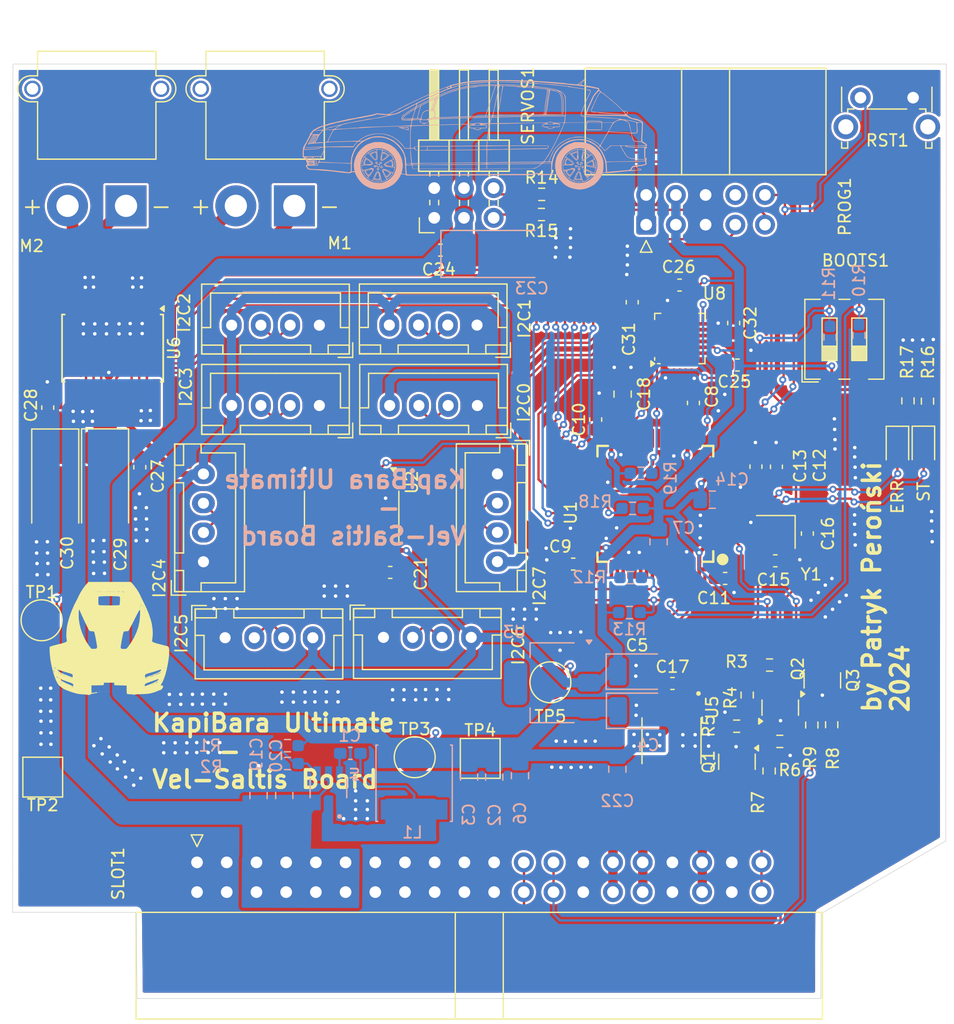
<source format=kicad_pcb>
(kicad_pcb (version 20240108) (generator "pcbnew") (generator_version "8.0")
  (layers (0 "F.Cu" signal) (31 "B.Cu" signal) (34 "B.Paste" user) (35 "F.Paste" user) (36 "B.SilkS" user "B.Silkscreen") (37 "F.SilkS" user "F.Silkscreen") (38 "B.Mask" user) (39 "F.Mask" user) (44 "Edge.Cuts" user))
  (net 0 "")
  (net 1 "CAN_H")
  (net 2 "+12V")
  (net 3 "RST")
  (net 4 "EN")
  (net 5 "GND")
  (net 6 "CAN_L")
  (net 7 "N_ERR")
  (net 8 "MISO")
  (net 11 "Net-(U1-VCAP)")
  (net 13 "I2C1_SCL")
  (net 15 "NSS")
  (net 18 "Net-(U1-PH0)")
  (net 20 "I2C1_SDA")
  (net 25 "SCK")
  (net 26 "Net-(D1-K)")
  (net 31 "/MCU/LED0")
  (net 32 "Net-(Q1-G)")
  (net 34 "MOSI")
  (net 36 "Net-(U1-PH1)")
  (net 38 "CAN_RX")
  (net 39 "CAN_TX")
  (net 40 "Net-(U4-SW)")
  (net 41 "Net-(U4-VBST)")
  (net 42 "+5V")
  (net 43 "+3.3V")
  (net 44 "Net-(U4-VFB)")
  (net 45 "SPLIT")
  (net 46 "/MCU/N_ERR_MOS")
  (net 47 "Net-(Q2-G)")
  (net 48 "N_RST")
  (net 49 "/MCU/SWIM")
  (net 50 "/MCU/SWDIO")
  (net 51 "/MCU/SWCLK")
  (net 52 "Net-(Q3-G)")
  (net 53 "/MCU/BOOT0")
  (net 54 "/MCU/BOOT1")
  (net 55 "/MCU/EN_PIN")
  (net 56 "/AUX/SCL0")
  (net 57 "/AUX/SDA0")
  (net 58 "/AUX/SCL1")
  (net 59 "/AUX/SDA1")
  (net 60 "/AUX/SDA2")
  (net 61 "/AUX/SCL2")
  (net 62 "/AUX/SCL3")
  (net 63 "/AUX/SDA3")
  (net 64 "/AUX/SCL4")
  (net 65 "/AUX/SDA4")
  (net 66 "/AUX/SDA5")
  (net 67 "/AUX/SCL5")
  (net 68 "/AUX/SCL6")
  (net 69 "/AUX/SDA6")
  (net 70 "/AUX/SDA7")
  (net 71 "/AUX/SCL7")
  (net 72 "Net-(M1-Pin_1)")
  (net 73 "Net-(M1-Pin_2)")
  (net 74 "Net-(M2-Pin_1)")
  (net 75 "Net-(M2-Pin_2)")
  (net 76 "IMU_INT1")
  (net 77 "IMU_INT2")
  (net 78 "SERVO2")
  (net 79 "SERVO1")
  (net 81 "Net-(SERVOS1-Pin_6)")
  (net 82 "Net-(SERVOS1-Pin_5)")
  (net 83 "STBY")
  (net 84 "PWMA")
  (net 85 "PWMB")
  (net 86 "AIN1")
  (net 87 "AIN2")
  (net 88 "BIN1")
  (net 89 "BIN2")
  (net 91 "Net-(D2-K)")
  (net 92 "/MCU/LED1")
  (net 93 "I2C3_SCL")
  (net 94 "I2C3_SDA")
  (net 108 "Net-(U8-CPOUT)")
  (net 109 "Net-(U8-REGOUT)")
  (footprint "Crystal:Crystal_SMD_2520-4Pin_2.5x2.0mm" (layer "F.Cu") (at 147.074999 86.55 180)
    (property "Reference" "Y1")
    (property "Value" "Crystal_GND24")
  )
  (footprint "Package_TO_SOT_SMD:SOT-23" (layer "F.Cu") (at 151.050001 99.2375 90)
    (property "Reference" "Q3")
    (property "Value" "2N7002")
  )
  (footprint "Package_SO:TSSOP-24_4.4x7.8mm_P0.65mm" (layer "F.Cu") (at 110.81 85.2675 -90)
    (property "Reference" "U2")
    (property "Value" "TCA9548APWR")
  )
  (footprint "Capacitor_SMD:C_0603_1608Metric_Pad1.08x0.95mm_HandSolder" (layer "F.Cu") (at 142.7375 90.525)
    (property "Reference" "C11")
    (property "Value" "100n")
  )
  (footprint "Capacitor_SMD:C_0603_1608Metric_Pad1.08x0.95mm_HandSolder" (layer "F.Cu") (at 84.83 75.93 90)
    (property "Reference" "C28")
    (property "Value" "100n")
  )
  (footprint "Capacitor_SMD:C_0603_1608Metric_Pad1.08x0.95mm_HandSolder" (layer "F.Cu") (at 138.8425 65.459999)
    (property "Reference" "C26")
    (property "Value" "100n")
  )
  (footprint "Capacitor_SMD:C_0603_1608Metric_Pad1.08x0.95mm_HandSolder" (layer "F.Cu") (at 147.0275 89.019999)
    (property "Reference" "C15")
    (property "Value" "22p")
  )
  (footprint "Capacitor_SMD:C_0603_1608Metric_Pad1.08x0.95mm_HandSolder" (layer "F.Cu") (at 145.374998 80.975 90)
    (property "Reference" "C12")
    (property "Value" "100n")
  )
  (footprint "TestPoint:TestPoint_Pad_D3.0mm" (layer "F.Cu") (at 127.8 99.4 90)
    (property "Reference" "TP5")
    (property "Value" "TestPoint")
  )
  (footprint "Connector_JST:JST_XH_B4B-XH-A_1x04_P2.50mm_Vertical" (layer "F.Cu") (at 121.53 68.88 180)
    (property "Reference" "I2C1")
    (property "Value" "Conn_01x04_Pin")
  )
  (footprint "Connector_JST:JST_XH_B4B-XH-A_1x04_P2.50mm_Vertical" (layer "F.Cu") (at 108.05 75.75 180)
    (property "Reference" "I2C3")
    (property "Value" "Conn_01x04_Pin")
  )
  (footprint "TestPoint:TestPoint_Pad_3.0x3.0mm" (layer "F.Cu") (at 121.8 105.9)
    (property "Reference" "TP4")
    (property "Value" "TestPoint")
  )
  (footprint "Resistor_SMD:R_0603_1608Metric_Pad0.98x0.95mm_HandSolder" (layer "F.Cu") (at 146.5375 97.925)
    (property "Reference" "R3")
    (property "Value" "10k")
  )
  (footprint "TestPoint:TestPoint_Pad_D3.0mm" (layer "F.Cu") (at 116.2 105.8)
    (property "Reference" "TP3")
    (property "Value" "TestPoint")
  )
  (footprint "Capacitor_SMD:C_0603_1608Metric_Pad1.08x0.95mm_HandSolder" (layer "F.Cu") (at 92.699999 81.0225 -90)
    (property "Reference" "C27")
    (property "Value" "100n")
  )
  (footprint "Button_Switch_THT:SW_Tactile_SPST_Angled_PTS645Vx39-2LFS" (layer "F.Cu") (at 154.31 49.4475)
    (property "Reference" "RST1")
    (property "Value" "SW_Push")
  )
  (footprint "Connector_JST:JST_XH_B4B-XH-A_1x04_P2.50mm_Vertical" (layer "F.Cu") (at 113.53 95.56)
    (property "Reference" "I2C6")
    (property "Value" "Conn_01x04_Pin")
  )
  (footprint "Connector_IDC:IDC-Header_2x20_P2.54mm_Horizontal" (layer "F.Cu") (at 97.59 114.785 90)
    (property "Reference" "SLOT1")
    (property "Value" "Conn_02x20_Counter_Clockwise" (hide yes))
  )
  (footprint "Connector_JST:JST_XH_B4B-XH-A_1x04_P2.50mm_Vertical" (layer "F.Cu") (at 98.14 89.099999 90)
    (property "Reference" "I2C4")
    (property "Value" "Conn_01x04_Pin")
  )
  (footprint "Capacitor_SMD:C_0603_1608Metric_Pad1.08x0.95mm_HandSolder" (layer "F.Cu") (at 134.795 66.925 -90)
    (property "Reference" "C31")
    (property "Value" "2.2n")
  )
  (footprint "Capacitor_SMD:C_0603_1608Metric_Pad1.08x0.95mm_HandSolder" (layer "F.Cu") (at 114.1075 90.009999)
    (property "Reference" "C21")
    (property "Value" "100n")
  )
  (footprint "Connector_JST:JST_XH_B4B-XH-A_1x04_P2.50mm_Vertical" (layer "F.Cu") (at 99.99 95.59)
    (property "Reference" "I2C5")
    (property "Value" "Conn_01x04_Pin")
  )
  (footprint "Resistor_SMD:R_0603_1608Metric_Pad0.98x0.95mm_HandSolder" (layer "F.Cu") (at 151.850001 103.025 90)
    (property "Reference" "R8")
    (property "Value" "47k")
  )
  (footprint "Resistor_SMD:R_0603_1608Metric_Pad0.98x0.95mm_HandSolder" (layer "F.Cu") (at 127.04 59.43 180)
    (property "Reference" "R15")
    (property "Value" "10k")
  )
  (footprint "Resistor_SMD:R_0603_1608Metric_Pad0.98x0.95mm_HandSolder" (layer "F.Cu") (at 144.625 100.4875 90)
    (property "Reference" "R4")
    (property "Value" "1k")
  )
  (footprint "Resistor_SMD:R_0603_1608Metric_Pad0.98x0.95mm_HandSolder" (layer "F.Cu") (at 150.150001 103.05 -90)
    (property "Reference" "R9")
    (property "Value" "1k")
  )
  (footprint "Connector_AMASS:AMASS_XT30PW-M_1x02_P2.50mm_Horizontal" (layer "F.Cu") (at 105.91 58.69)
    (property "Reference" "M1")
    (property "Value" "Conn_01x02_Pin")
  )
  (footprint "Resistor_SMD:R_0603_1608Metric_Pad0.98x0.95mm_HandSolder" (layer "F.Cu") (at 158.37 75.3525 90)
    (property "Reference" "R17")
    (property "Value" "1k")
  )
  (footprint "Connector_JST:JST_XH_B4B-XH-A_1x04_P2.50mm_Vertical" (layer "F.Cu") (at 108.05 68.89 180)
    (property "Reference" "I2C2")
    (property "Value" "Conn_01x04_Pin")
  )
  (footprint "Resistor_SMD:R_0603_1608Metric_Pad0.98x0.95mm_HandSolder" (layer "F.Cu") (at 160.04 75.3775 90)
    (property "Reference" "R16")
    (property "Value" "1k")
  )
  (footprint "Capacitor_SMD:C_0603_1608Metric_Pad1.08x0.95mm_HandSolder" (layer "F.Cu") (at 143.8 72.29 180)
    (property "Reference" "C25")
    (property "Value" "10n")
  )
  (footprint "Capacitor_SMD:C_0603_1608Metric_Pad1.08x0.95mm_HandSolder" (layer "F.Cu") (at 140.03 75.53 90)
    (property "Reference" "C8")
    (property "Value" "100n")
  )
  (footprint "Capacitor_SMD:C_0603_1608Metric_Pad1.08x0.95mm_HandSolder" (layer "F.Cu") (at 147.125 80.9875 90)
    (property "Reference" "C13")
    (property "Value" "100n")
  )
  (footprint "Connector_AMASS:AMASS_XT30PW-M_1x02_P2.50mm_Horizontal" (layer "F.Cu") (at 91.52 58.69)
    (property "Reference" "M2")
    (property "Value" "Conn_01x02_Pin")
  )
  (footprint "LED_SMD:LED_0805_2012Metric_Pad1.15x1.40mm_HandSolder" (layer "F.Cu") (at 157.469999 79.3825 -90)
    (property "Reference" "D2")
    (property "Value" "ERR")
  )
  (footprint "Button_Switch_SMD:SW_DIP_SPSTx02_Slide_6.7x6.64mm_W8.61mm_P2.54mm_LowProfile" (layer "F.Cu") (at 152.934999 70.0875 90)
    (property "Reference" "BOOTS1")
    (property "Value" "SW_DIP_x02")
  )
  (footprint "TestPoint:TestPoint_Pad_3.0x3.0mm" (layer "F.Cu") (at 84.4 107.5 180)
    (property "Reference" "TP2")
    (property "Value" "TestPoint")
  )
  (footprint "Capacitor_SMD:C_0603_1608Metric_Pad1.08x0.95mm_HandSolder" (layer "F.Cu") (at 138.2375 99.5)
    (property "Reference" "C17")
    (property "Value" "100n")
  )
  (footprint "Sensor_Motion:InvenSense_QFN-24_4x4mm_P0.5mm_NoMask" (layer "F.Cu") (at 138.865001 70.024998 90)
    (property "Reference" "U8")
    (property "Value" "MPU-6050")
  )
  (footprint "Resistor_SMD:R_0603_1608Metric_Pad0.98x0.95mm_HandSolder" (layer "F.Cu") (at 127.06 57.71)
    (property "Reference" "R14")
    (property "Value" "10k")
  )
  (footprint "TestPoint:TestPoint_Pad_D3.0mm" (layer "F.Cu") (at 84.3 94.1)
    (property "Reference" "TP1")
    (property "Value" "TestPoint")
  )
  (footprint "LED_SMD:LED_0805_2012Metric_Pad1.15x1.40mm_HandSolder" (layer "F.Cu") (at 159.69 79.375001 -90)
    (property "Reference" "D1")
    (property "Value" "ST")
  )
  (footprint "Graphics:kakama" (layer "F.Cu") (at 90.076258 95.59181)
    (property "Reference" "G***" (hide yes))
    (property "Value" "LOGO" (hide yes))
  )
  (footprint "Capacitor_SMD:C_0805_2012Metric_Pad1.18x1.45mm_HandSolder" (layer "F.Cu") (at 133.975 74.775 90)
    (property "Reference" "C18")
    (property "Value" "4.7u")
  )
  (footprint "Capacitor_SMD:C_0603_1608Metric_Pad1.08x0.95mm_HandSolder" (layer "F.Cu") (at 143.470001 68.7025 -90)
    (property "Reference" "C32")
    (property "Value" "100n")
  )
  (footprint "Connector_PinHeader_2.54mm:PinHeader_2x03_P2.54mm_Horizontal" (layer "F.Cu") (at 117.87 59.715001 90)
    (property "Reference" "SERVOS1")
    (property "Value" "Conn_02x03_Counter_Clockwise")
  )
  (footprint "Resistor_SMD:R_0603_1608Metric_Pad0.98x0.95mm_HandSolder" (layer "F.Cu") (at 146.5 106.975 -90)
    (property "Reference" "R7")
    (property "Value" "1k")
  )
  (footprint "Capacitor_Tantalum_SMD:CP_EIA-7132-28_AVX-C_Pad2.72x3.50mm_HandSolder" (layer "F.Cu") (at 89.73 82.23125 -90)
    (property "Reference" "C29")
    (property "Value" "100u")
  )
  (footprint "Connector_JST:JST_XH_B4B-XH-A_1x04_P2.50mm_Vertical" (layer "F.Cu") (at 123.27 81.59 -90)
    (property "Reference" "I2C7")
    (property "Value" "Conn_01x04_Pin")
  )
  (footprint "STM32F412RET6:LQFP-10X10-64" (layer "F.Cu") (at 136.775001 84.15 90)
    (property "Reference" "U1")
    (property "Value" "STM32F412RET6")
  )
  (footprint "Capacitor_SMD:C_0603_1608Metric_Pad1.08x0.95mm_HandSolder" (layer "F.Cu") (at 129.75 89.3 180)
    (property "Reference" "C9")
    (property "Value" "100n")
  )
  (footprint "Capacitor_SMD:C_0603_1608Metric_Pad1.08x0.95mm_HandSolder" (layer "F.Cu") (at 149.77 86.6875 -90)
    (property "Reference" "C16")
    (property "Value" "22p")
  )
  (footprint "Capacitor_SMD:C_0603_1608Metric_Pad1.08x0.95mm_HandSolder" (layer "F.Cu") (at 131.675 76.95 90)
    (property "Reference" "C10")
    (property "Value" "100n")
  )
  (footprint "Resistor_SMD:R_0603_1608Metric_Pad0.98x0.95mm_HandSolder" (layer "F.Cu") (at 143.725 103.15)
    (property "Reference" "R5")
    (property "Value" "47k")
  )
  (footprint "Package_TO_SOT_SMD:SOT-23" (layer "F.Cu") (at 147.45 101.5625 90)
    (property "Reference" "Q2")
    (property "Value" "2N7002")
  )
  (footprint "SN65HVD1040D:SOIC127P599X175-8N" (layer "F.Cu") (at 138.155 104.395001 -90)
    (property "Reference" "U5")
    (property "Value" "SN65HVD1040D")
  )
  (footprint "Connector_IDC:IDC-Header_2x05_P2.54mm_Horizontal" (layer "F.Cu") (at 135.99 60.300001 90)
    (property "Reference" "PROG1")
    (property "Value" "Conn_02x05_Counter_Clockwise" (hide yes))
  )
  (footprint "Resistor_SMD:R_0603_1608Metric_Pad0.98x0.95mm_HandSolder" (layer "F.Cu") (at 147.4125 104.45 180)
    (property "Reference" "R6")
    (property "Value" "47k")
  )
  (footprint "Package_SO:SSOP-24_5.3x8.2mm_P0.65mm" (layer "F.Cu") (at 90.375 70.849999 -90)
    (property "Reference" "U6")
    (property "Value" "TB6612FNG")
  )
  (footprint "Capacitor_Tantalum_SMD:CP_EIA-7132-28_AVX-C_Pad2.72x3.50mm_HandSolder" (layer "F.Cu") (at 85.47 82.2425 -90)
    (property "Reference" "C30")
    (property "Value" "100u")
  )
  (footprint "Capacitor_SMD:C_0603_1608Metric_Pad1.08x0.95mm_HandSolder" (layer "F.Cu") (at 118.4 62.475 180)
    (property "Reference" "C24")
    (property "Value" "100n")
  )
  (footprint "Connector_JST:JST_XH_B4B-XH-A_1x04_P2.50mm_Vertical" (layer "F.Cu") (at 121.56 75.75 180)
    (property "Reference" "I2C0")
    (property "Value" "Conn_01x04_Pin")
  )
  (footprint "Package_TO_SOT_SMD:SOT-23" (layer "F.Cu") (at 143.75 106.187499 -90)
    (property "Reference" "Q1")
    (property "Value" "2N7002")
  )
  (footprint "Capacitor_SMD:C_0805_2012Metric_Pad1.18x1.45mm_HandSolder" (layer "B.Cu") (at 105.05 109.075 90)
    (property "Reference" "C20")
    (property "Value" "22u")
  )
  (footprint "Graphics:vel_saltis" (layer "B.Cu") (at 121.379401 52.419 180)
    (property "Reference" "G***" (hide yes))
    (property "Value" "LOGO" (hide yes))
  )
  (footprint "Resistor_SMD:R_0603_1608Metric_Pad0.98x0.95mm_HandSolder" (layer "B.Cu") (at 134.5575 93.44)
    (property "Reference" "R13")
    (property "Value" "4.7k")
  )
  (footprint "Capacitor_SMD:C_0805_2012Metric_Pad1.18x1.45mm_HandSolder" (layer "B.Cu") (at 123 107.5 -90)
    (property "Reference" "C2")
    (property "Value" "22u")
  )
  (footprint "Capacitor_Tantalum_SMD:CP_EIA-3528-21_Kemet-B_Pad1.50x2.35mm_HandSolder" (layer "B.Cu") (at 135.199998 98.487499)
    (property "Reference" "C5")
    (property "Value" "10u")
  )
  (footprint "Capacitor_SMD:C_0805_2012Metric_Pad1.18x1.45mm_HandSolder" (layer "B.Cu") (at 141.64 83.795)
    (property "Reference" "C14")
    (property "Value" "10u")
  )
  (footprint "Capacitor_SMD:C_0805_2012Metric_Pad1.18x1.45mm_HandSolder" (layer "B.Cu") (at 120.85 107.5 -90)
    (property "Reference" "C3")
    (property "Value" "22u")
  )
  (footprint "Resistor_SMD:R_0603_1608Metric_Pad0.98x0.95mm_HandSolder" (layer "B.Cu") (at 134.8325 84.54 180)
    (property "Reference" "R19")
    (property "Value" "1k")
  )
  (footprint "Capacitor_SMD:C_0805_2012Metric_Pad1.18x1.45mm_HandSolder" (layer "B.Cu") (at 102.85 109.075 90)
    (property "Reference" "C19")
    (property "Value" "22u")
  )
  (footprint "Capacitor_SMD:C_0603_1608Metric_Pad1.08x0.95mm_HandSolder" (layer "B.Cu") (at 110.7 105.475)
    (property "Reference" "C1")
    (property "Value" "100n")
  )
  (footprint "Resistor_SMD:R_0603_1608Metric_Pad0.98x0.95mm_HandSolder" (layer "B.Cu") (at 105.325 106.3375 180)
    (property "Reference" "R2")
    (property "Value" "10k")
  )
  (footprint "Resistor_SMD:R_0603_1608Metric_Pad0.98x0.95mm_HandSolder" (layer "B.Cu") (at 135.5425 81.54)
    (property "Reference" "R18")
    (property "Value" "1k")
  )
  (footprint "Resistor_SMD:R_0603_1608Metric_Pad0.98x0.95mm_HandSolder" (layer "B.Cu") (at 134.661801 90.4568)
    (property "Reference" "R12")
    (property "Value" "4.7k")
  )
  (footprint "Resistor_SMD:R_0603_1608Metric_Pad0.98x0.95mm_HandSolder" (layer "B.Cu") (at 154.184998 69.755 -90)
    (property "Reference" "R10")
    (property "Value" "10k")
  )
  (footprint "Capacitor_SMD:C_0805_2012Metric_Pad1.18x1.45mm_HandSolder" (layer "B.Cu") (at 133.525 106.825 -90)
    (property "Reference" "C22")
    (property "Value" "10u")
  )
  (footprint "TPS563201DDCR:SOT95P280X110-6N" (layer "B.Cu") (at 108.825 108.4575 90)
    (property "Reference" "U4")
    (property "Value" "TPS563201DDCR")
  )
  (footprint "Resistor_SMD:R_0603_1608Metric_Pad0.98x0.95mm_HandSolder" (layer "B.Cu") (at 105.325 104.8125 180)
    (property "Reference" "R1")
    (property "Value" "54.9k")
  )
  (footprint "Inductor_SMD:L_Changjiang_FNR6045S" (layer "B.Cu") (at 116.15 108.025 90)
    (property "Reference" "L1")
    (property "Value" "4.7u")
  )
  (footprint "Resistor_SMD:R_0603_1608Metric_Pad0.98x0.95mm_HandSolder" (layer "B.Cu") (at 151.71 69.904999 -90)
    (property "Reference" "R11")
    (property "Value" "10k")
  )
  (footprint "Package_TO_SOT_SMD:SOT-223" (layer "B.Cu") (at 127.974997 99.437499 180)
    (property "Reference" "U3")
    (property "Value" "LM1117MP-3.3")
  )
  (footprint "Capacitor_Tantalum_SMD:CP_EIA-7132-28_AVX-C_Pad2.72x3.50mm_HandSolder" (layer "B.Cu") (at 122.924999 62.8)
    (property "Reference" "C23")
    (property "Value" "100u")
  )
  (footprint "Capacitor_SMD:C_0805_2012Metric_Pad1.18x1.45mm_HandSolder" (layer "B.Cu") (at 125.2 107.375 -90)
    (property "Reference" "C6")
    (property "Value" "22u")
  )
  (footprint "Capacitor_Tantalum_SMD:CP_EIA-3528-21_Kemet-B_Pad1.50x2.35mm_HandSolder" (layer "B.Cu") (at 135.224998 101.837499)
    (property "Reference" "C4")
    (property "Value" "10u")
  )
  (footprint "Capacitor_SMD:C_0805_2012Metric_Pad1.18x1.45mm_HandSolder" (layer "B.Cu") (at 137.05 87.39 -90)
    (property "Reference" "C7")
    (property "Value" "10u")
  )
  (gr_line (start 150.92 126.42) (end 150.95 119.165) (stroke (width 0.05)) (layer "Edge.Cuts"))
  (gr_line (start 92.46 126.42) (end 92.38 119.055) (stroke (width 0.05)) (layer "Edge.Cuts"))
  (gr_line (start 92.38 119.055) (end 81.825 119.05) (stroke (width 0.05)) (layer "Edge.Cuts"))
  (gr_line (start 81.825 119.05) (end 81.85 46.575) (stroke (width 0.05)) (layer "Edge.Cuts"))
  (gr_line (start 81.85 46.575) (end 161.65 46.575) (stroke (width 0.05)) (layer "Edge.Cuts"))
  (gr_line (start 150.95 119.165) (end 161.6 112.95) (stroke (width 0.05)) (layer "Edge.Cuts"))
  (gr_line (start 161.6 112.95) (end 161.65 46.575) (stroke (width 0.05)) (layer "Edge.Cuts"))
  (gr_line (start 150.92 126.42) (end 92.46 126.42) (stroke (width 0.05)) (layer "Edge.Cuts"))
  (gr_text "KapiBara Ultimate\n	-\nVel-Saltis Board" (at 120.77 87.78 0) (layer "B.SilkS") (effects (font (size 1.5 1.5) (thickness 0.3) (bold yes)) (justify left bottom mirror)))
  (gr_text "by Patryk Peroński\n2024\n" (at 158.57 102.12 90) (layer "F.SilkS") (effects (font (size 1.5 1.5) (thickness 0.3) (bold yes)) (justify left bottom)))
  (gr_text "KapiBara Ultimate\n	-\nVel-Saltis Board" (at 93.6 108.57 -0) (layer "F.SilkS") (effects (font (size 1.5 1.5) (thickness 0.3) (bold yes)) (justify left bottom)))
  (segment (start 138.789999 106.865001) (end 138.789999 110.714999) (width 0.8) (layer "F.Cu") (net 1))
  (segment (start 140.785 112.71) (end 140.785 117.765001) (width 0.8) (layer "F.Cu") (net 1))
  (segment (start 138.789999 110.714999) (end 140.785 112.71) (width 0.8) (layer "F.Cu") (net 1))
  (segment (start 85.6 92.3) (end 85.6 92.8) (width 0.2) (layer "F.Cu") (net 2))
  (segment (start 85.47 78.7) (end 87.41 76.76) (width 2) (layer "F.Cu") (net 2))
  (segment (start 85.2 76.76) (end 86.61 76.76) (width 1) (layer "F.Cu") (net 2))
  (segment (start 89.73 79.36875) (end 89.73 76.67125) (width 2) (layer "F.Cu") (net 2))
  (segment (start 85.47 79.38) (end 85.47 78.7) (width 0.2) (layer "F.Cu") (net 2))
  (segment (start 85.6 92.8) (end 84.3 94.1) (width 0.2) (layer "F.Cu") (net 2))
  (via (at 85.6 92.3) (size 0.6) (drill 0.3) (layers "F.Cu" "B.Cu") (net 2))
  (via (at 93.6 77.025) (size 0.6) (drill 0.3) (layers "F.Cu" "B.Cu") (net 2))
  (via (at 92.8 77.05) (size 0.6) (drill 0.3) (layers "F.Cu" "B.Cu") (net 2))
  (via (at 87.025 77.099999) (size 0.6) (drill 0.3) (layers "F.Cu" "B.Cu") (net 2))
  (via (at 87.85 77.124999) (size 0.6) (drill 0.3) (layers "F.Cu" "B.Cu") (net 2))
  (via (at 93.6 76.175) (size 0.6) (drill 0.3) (layers "F.Cu" "B.Cu") (net 2))
  (via (at 87 76.249999) (size 0.6) (drill 0.3) (layers "F.Cu" "B.Cu") (net 2))
  (via (at 88.65 77.1) (size 0.6) (drill 0.3) (layers "F.Cu" "B.Cu") (net 2))
  (via (at 88.625 76.25) (size 0.6) (drill 0.3) (layers "F.Cu" "B.Cu") (net 2))
  (via (at 92.825 76.199999) (size 0.6) (drill 0.3) (layers "F.Cu" "B.Cu") (net 2))
  (via (at 87.825 76.274999) (size 0.6) (drill 0.3) (layers "F.Cu" "B.Cu") (net 2))
  (segment (start 108.825 108.325) (end 108.825 107.2025) (width 0.2) (layer "B.Cu") (net 2))
  (segment (start 87 90.9) (end 87.05 90.9) (width 0.2) (layer "B.Cu") (net 2))
  (segment (start 107.875001 109.274999) (end 108.825 108.325) (width 0.2) (layer "B.Cu") (net 2))
  (segment (start 85.6 92.3) (end 87 90.9) (width 0.2) (layer "B.Cu") (net 2))
  (segment (start 87.05 90.9) (end 87.05 76.299999) (width 2) (layer "B.Cu") (net 2))
  (segment (start 87.05 106.325) (end 87.05 90.9) (width 2) (layer "B.Cu") (net 2))
  (segment (start 91.2875 110.5625) (end 87.05 106.325) (width 2) (layer "B.Cu") (net 2))
  (segment (start 87.05 76.299999) (end 87 76.249999) (width 2) (layer "B.Cu") (net 2))
  (segment (start 102.021016 110.5625) (end 91.2875 110.5625) (width 2) (layer "B.Cu") (net 2))
  (segment (start 126.375 120.425) (end 146.925 120.425) (width 0.2) (layer "F.Cu") (net 3))
  (segment (start 147.475 113.275) (end 147.475 119.875) (width 0.2) (layer "F.Cu") (net 3))
  (segment (start 146.5 107.8875) (end 146.5 112.3) (width 0.2) (layer "F.Cu") (net 3))
  (segment (start 146.5 112.3) (end 147.475 113.275) (width 0.2) (layer "F.Cu") (net 3))
  (segment (start 125.545 119.595) (end 126.375 120.425) (width 0.2) (layer "F.Cu") (net 3))
  (segment (start 146.925 120.425) (end 147.2875 120.0625) (width 0.2) (layer "F.Cu") (net 3))
  (segment (start 125.545 117.765001) (end 125.545 115.225001) (width 0.2) (layer "F.Cu") (net 3))
  (segment (start 125.545 117.765001) (end 125.545 119.595) (width 0.2) (layer "F.Cu") (net 3))
  (segment (start 147.475 119.875) (end 147.2875 120.0625) (width 0.2) (layer "F.Cu") (net 3))
  (segment (start 150.150001 103.9625) (end 150.150001 106.999999) (width 0.2) (layer "F.Cu") (net 4))
  (segment (start 150.150001 106.999999) (end 150 107.15) (width 0.2) (layer "F.Cu") (net 4))
  (segment (start 128.07 117.325) (end 128.07 114.785) (width 0.2) (layer "F.Cu") (net 4))
  (via (at 150 107.15) (size 0.6) (drill 0.3) (layers "F.Cu" "B.Cu") (net 4))
  (segment (start 128.07 119.195) (end 128.625 119.75) (width 0.2) (layer "B.Cu") (net 4))
  (segment (start 150 107.15) (end 149.975 107.2) (width 0.2) (layer "B.Cu") (net 4))
  (segment (start 149.375 107.775) (end 150 107.15) (width 0.2) (layer "B.Cu") (net 4))
  (segment (start 147.575 119.75) (end 149.375 117.95) (width 0.2) (layer "B.Cu") (net 4))
  (segment (start 128.625 119.75) (end 147.575 119.75) (width 0.2) (layer "B.Cu") (net 4))
  (segment (start 128.07 117.325) (end 128.07 119.195) (width 0.2) (layer "B.Cu") (net 4))
  (segment (start 149.375 117.95) (end 149.375 107.775) (width 0.2) (layer "B.Cu") (net 4))
  (via (at 88.71 88.25) (size 0.6) (drill 0.3) (layers "F.Cu" "B.Cu") (net 5))
  (via (at 127.49 88.94) (size 0.6) (drill 0.3) (layers "F.Cu" "B.Cu") (net 5))
  (via (at 83.91 89.249999) (size 0.6) (drill 0.3) (layers "F.Cu" "B.Cu") (net 5))
  (via (at 111.15 109.525) (size 0.6) (drill 0.3) (layers "F.Cu" "B.Cu") (net 5))
  (via (at 140.175 104.85) (size 0.6) (drill 0.3) (layers "F.Cu" "B.Cu") (net 5))
  (via (at 98.044998 100.410001) (size 0.6) (drill 0.3) (layers "F.Cu" "B.Cu") (net 5))
  (via (at 139.45 88.25) (size 0.6) (drill 0.3) (layers "F.Cu" "B.Cu") (net 5))
  (via (at 144.936765 85.736765) (size 0.6) (drill 0.3) (layers "F.Cu" "B.Cu") (net 5))
  (via (at 129.075 104.45) (size 0.6) (drill 0.3) (layers "F.Cu" "B.Cu") (net 5))
  (via (at 98.54 104.55) (size 0.6) (drill 0.3) (layers "F.Cu" "B.Cu") (net 5))
  (via (at 150.703273 91.732082) (size 0.6) (drill 0.3) (layers "F.Cu" "B.Cu") (net 5))
  (via (at 130.425 106.65) (size 0.6) (drill 0.3) (layers "F.Cu" "B.Cu") (net 5))
  (via (at 152.08 76.89) (size 0.6) (drill 0.3) (layers "F.Cu" "B.Cu") (net 5))
  (via (at 140.6 87.065) (size 0.6) (drill 0.3) (layers "F.Cu" "B.Cu") (net 5))
  (via (at 96.72 105.419999) (size 0.6) (drill 0.3) (layers "F.Cu" "B.Cu") (net 5))
  (via (at 84.230001 100.9) (size 0.6) (drill 0.3) (layers "F.Cu" "B.Cu") (net 5))
  (via (at 84.229998 99.9) (size 0.6) (drill 0.3) (layers "F.Cu" "B.Cu") (net 5))
  (via (at 127.44 87.94) (size 0.6) (drill 0.3) (layers "F.Cu" "B.Cu") (net 5))
  (via (at 129.469999 63.075001) (size 0.6) (drill 0.3) (layers "F.Cu" "B.Cu") (net 5))
  (via (at 151.304554 93.816155) (size 0.6) (drill 0.3) (layers "F.Cu" "B.Cu") (net 5))
  (via (at 100.01 93.100001) (size 0.6) (drill 0.3) (layers "F.Cu" "B.Cu") (net 5))
  (via (at 116.285002 100.039999) (size 0.6) (drill 0.3) (layers "F.Cu" "B.Cu") (net 5))
  (via (at 83.87 87.399999) (size 0.6) (drill 0.3) (layers "F.Cu" "B.Cu") (net 5))
  (via (at 111.15 108.675) (size 0.6) (drill 0.3) (layers "F.Cu" "B.Cu") (net 5))
  (via (at 97.564998 105.4) (size 0.6) (drill 0.3) (layers "F.Cu" "B.Cu") (net 5))
  (via (at 128.624998 96.662499) (size 0.6) (drill 0.3) (layers "F.Cu" "B.Cu") (net 5))
  (via (at 158.760003 70.160001) (size 0.6) (drill 0.3) (layers "F.Cu" "B.Cu") (net 5))
  (via (at 129.519998 61.425002) (size 0.6) (drill 0.3) (layers "F.Cu" "B.Cu") (net 5))
  (via (at 88.72 64.79) (size 0.6) (drill 0.3) (layers "F.Cu" "B.Cu") (net 5))
  (via (at 105.825002 100.24) (size 0.6) (drill 0.3) (layers "F.Cu" "B.Cu") (net 5))
  (via (at 92.33 84.489999) (size 0.6) (drill 0.3) (layers "F.Cu" "B.Cu") (net 5))
  (via (at 129.95 104.45) (size 0.6) (drill 0.3) (layers "F.Cu" "B.Cu") (net 5))
  (via (at 92.9 68.749999) (size 0.6) (drill 0.3) (layers "F.Cu" "B.Cu") (net 5))
  (via (at 130.8 104.425) (size 0.6) (drill 0.3) (layers "F.Cu" "B.Cu") (net 5))
  (via (at 112.15 109.525) (size 0.6) (drill 0.3) (layers "F.Cu" "B.Cu") (net 5))
  (via (at 109.44 92.03) (size 0.6) (drill 0.3) (layers "F.Cu" "B.Cu") (net 5))
  (via (at 88.02 64.81) (size 0.6) (drill 0.3) (layers "F.Cu" "B.Cu") (net 5))
  (via (at 93.31 87.29) (size 0.6) (drill 0.3) (layers "F.Cu" "B.Cu") (net 5))
  (via (at 153.87 81.92) (size 0.6) (drill 0.3) (layers "F.Cu" "B.Cu") (net 5))
  (via (at 110.44 92.029999) (size 0.6) (drill 0.3) (layers "F.Cu" "B.Cu") (net 5))
  (via (at 126.595 94.005) (size 0.6) (drill 0.3) (layers "F.Cu" "B.Cu") (net 5))
  (via (at 104.85 101.09) (size 0.6) (drill 0.3) (layers "F.Cu" "B.Cu") (net 5))
  (via (at 109.645002 101.069999) (size 0.6) (drill 0.3) (layers "F.Cu" "B.Cu") (net 5))
  (via (at 115.285002 100.04) (size 0.6) (drill 0.3) (layers "F.Cu" "B.Cu") (net 5))
  (via (at 89.68 90.09) (size 0.6) (drill 0.3) (layers "F.Cu" "B.Cu") (net 5))
  (via (at 89.85 69.624999) (size 0.6) (drill 0.3) (layers "F.Cu" "B.Cu") (net 5))
  (via (at 150.084554 92.386155) (size 0.6) (drill 0.3) (layers "F.Cu" "B.Cu") (net 5))
  (via (at 160.390001 84.815) (size 0.6) (drill 0.3) (layers "F.Cu" "B.Cu") (net 5))
  (via (at 89.67 89.129999) (size 0.6) (drill 0.3) (layers "F.Cu" "B.Cu") (net 5))
  (via (at 88.7 87.289999) (size 0.6) (drill 0.3) (layers "F.Cu" "B.Cu") (net 5))
  (via (at 118.105002 100.02) (size 0.6) (drill 0.3) (layers "F.Cu" "B.Cu") (net 5))
  (via (at 87.874998 69.625) (size 0.6) (drill 0.3) (layers "F.Cu" "B.Cu") (net 5))
  (via (at 100.01 92.250001) (size 0.6) (drill 0.3) (layers "F.Cu" "B.Cu") (net 5))
  (via (at 144.05 82.725) (size 0.6) (drill 0.3) (layers "F.Cu" "B.Cu") (net 5))
  (via (at 140.175 103.874998) (size 0.6) (drill 0.3) (layers "F.Cu" "B.Cu") (net 5))
  (via (at 106.825002 101.089999) (size 0.6) (drill 0.3) (layers "F.Cu" "B.Cu") (net 5))
  (via (at 111.15 110.275) (size 0.6) (drill 0.3) (layers "F.Cu" "B.Cu") (net 5))
  (via (at 85.1 103.72) (size 0.6) (drill 0.3) (layers "F.Cu" "B.Cu") (net 5))
  (via (at 106.79 81.12) (size 0.6) (drill 0.3) (layers "F.Cu" "B.Cu") (net 5))
  (via (at 126.595 93.155) (size 0.6) (drill 0.3) (layers "F.Cu" "B.Cu") (net 5))
  (via (at 92.78 107.59) (size 0.6) (drill 0.3) (layers "F.Cu" "B.Cu") (net 5))
  (via (at 89.375279 104.213564) (size 0.6) (drill 0.3) (layers "F.Cu" "B.Cu") (net 5))
  (via (at 160.44 87.39) (size 0.6) (drill 0.3) (layers "F.Cu" "B.Cu") (net 5))
  (via (at 160.39 85.615003) (size 0.6) (drill 0.3) (layers "F.Cu" "B.Cu") (net 5))
  (via (at 99.54 104.549999) (size 0.6) (drill 0.3) (layers "F.Cu" "B.Cu") (net 5))
  (via (at 88.74 65.63) (size 0.6) (drill 0.3) (layers "F.Cu" "B.Cu") (net 5))
  (via (at 157.96 70.16) (size 0.6) (drill 0.3) (layers "F.Cu" "B.Cu") (net 5))
  (via (at 92.9 69.599999) (size 0.6) (drill 0.3) (layers "F.Cu" "B.Cu") (net 5))
  (via (at 84.84 89.239999) (size 0.6) (drill 0.3) (layers "F.Cu" "B.Cu") (net 5))
  (via (at 84.23 101.875002) (size 0.6) (drill 0.3) (layers "F.Cu" "B.Cu") (net 5))
  (via (at 117.13 100.02) (size 0.6) (drill 0.3) (layers "F.Cu" "B.Cu") (net 5))
  (via (at 99.034998 92.250001) (size 0.6) (drill 0.3) (layers "F.Cu" "B.Cu") (net 5))
  (via (at 88.85 69.625) (size 0.6) (drill 0.3) (layers "F.Cu" "B.Cu") (net 5))
  (via (at 134.5 88.3) (size 0.6) (drill 0.3) (layers "F.Cu" "B.Cu") (net 5))
  (via (at 84.8 87.389999) (size 0.6) (drill 0.3) (layers "F.Cu" "B.Cu") (net 5))
  (via (at 129.499999 95.125) (size 0.6) (drill 0.3) (layers "F.Cu" "B.Cu") (net 5))
  (via (at 83.92 90.21) (size 0.6) (drill 0.3) (layers "F.Cu" "B.Cu") (net 5))
  (via (at 91.875 68.749999) (size 0.6) (drill 0.3) (layers "F.Cu" "B.Cu") (net 5))
  (via (at 132.705 82.31) (size 0.6) (drill 0.3) (layers "F.Cu" "B.Cu") (net 5))
  (via (at 111.15 111.05) (size 0.6) (drill 0.3) (layers "F.Cu" "B.Cu") (net 5))
  (via (at 128.25 60.66) (size 0.6) (drill 0.3) (layers "F.Cu" "B.Cu") (net 5))
  (via (at 143.5 91.725) (size 0.6) (drill 0.3) (layers "F.Cu" "B.Cu") (net 5))
  (via (at 88.75 90.1) (size 0.6) (drill 0.3) (layers "F.Cu" "B.Cu") (net 5))
  (via (at 128.269999 61.425001) (size 0.6) (drill 0.3) (layers "F.Cu" "B.Cu") (net 5))
  (via (at 132.575 87.1) (size 0.6) (drill 0.3) (layers "F.Cu" "B.Cu") (net 5))
  (via (at 85.1 102.720001) (size 0.6) (drill 0.3) (layers "F.Cu" "B.Cu") (net 5))
  (via (at 128.27 62.25) (size 0.6) (drill 0.3) (layers "F.Cu" "B.Cu") (net 5))
  (via (at 152.105 77.79) (size 0.6) (drill 0.3) (layers "F.Cu" "B.Cu") (net 5))
  (via (at 125.595 93.155001) (size 0.6) (drill 0.3) (layers "F.Cu" "B.Cu") (net 5))
  (via (at 90.782422 106.794505) (size 0.6) (drill 0.3) (layers "F.Cu" "B.Cu") (net 5))
  (via (at 115.285002 100.89) (size 0.6) (drill 0.3) (layers "F.Cu" "B.Cu") (net 5))
  (via (at 152.13 79.465001) (size 0.6) (drill 0.3) (layers "F.Cu" "B.Cu") (net 5))
  (via (at 153.82 80.145003) (size 0.6) (drill 0.3) (layers "F.Cu" "B.Cu") (net 5))
  (via (at 135.4 88.3) (size 0.6) (drill 0.3) (layers "F.Cu" "B.Cu") (net 5))
  (via (at 129.515 86.235) (size 0.6) (drill 0.3) (layers "F.Cu" "B.Cu") (net 5))
  (via (at 128.7 106.675) (size 0.6) (drill 0.3) (layers "F.Cu" "B.Cu") (net 5))
  (via (at 139.124999 104.824999) (size 0.6) (drill 0.3) (layers "F.Cu" "B.Cu") (net 5))
  (via (at 93.3 86.329999) (size 0.6) (drill 0.3) (layers "F.Cu" "B.Cu") (net 5))
  (via (at 104.85 100.24) (size 0.6) (drill 0.3) (layers "F.Cu" "B.Cu") (net 5))
  (via (at 160.415001 86.490001) (size 0.6) (drill 0.3) (layers "F.Cu" "B.Cu") (net 5))
  (via (at 129.519999 62.25) (size 0.6) (drill 0.3) (layers "F.Cu" "B.Cu") (net 5))
  (via (at 133.825 79.95) (size 0.6) (drill 0.3) (layers "F.Cu" "B.Cu") (net 5))
  (via (at 85.079999 101.875002) (size 0.6) (drill 0.3) (layers "F.Cu" "B.Cu") (net 5))
  (via (at 91.875 69.624999) (size 0.6) (drill 0.3) (layers "F.Cu" "B.Cu") (net 5))
  (via (at 124.619998 94.005001) (size 0.6) (drill 0.3) (layers "F.Cu" "B.Cu") (net 5))
  (via (at 128.624999 95.15) (size 0.6) (drill 0.3) (layers "F.Cu" "B.Cu") (net 5))
  (via (at 134.33 64.56) (size 0.6) (drill 0.3) (layers "F.Cu" "B.Cu") (net 5))
  (via (at 151.87 90.53) (size 0.6) (drill 0.3) (layers "F.Cu" "B.Cu") (net 5))
  (via (at 92.17896 108.191041) (size 0.6) (drill 0.3) (layers "F.Cu" "B.Cu") (net 5))
  (via (at 144.945 71.03) (size 0.6) (drill 0.3) (layers "F.Cu" "B.Cu") (net 5))
  (via (at 84.85 90.2) (size 0.6) (drill 0.3) (layers "F.Cu" "B.Cu") (net 5))
  (via (at 92.836568 65.62134) (size 0.6) (drill 0.3) (layers "F.Cu" "B.Cu") (net 5))
  (via (at 108.645002 101.07) (size 0.6) (drill 0.3) (layers "F.Cu" "B.Cu") (net 5))
  (via (at 160.535 70.11) (size 0.6) (drill 0.3) (layers "F.Cu" "B.Cu") (net 5))
  (via (at 135.149998 101.362499) (size 0.6) (drill 0.3) (layers "F.Cu" "B.Cu") (net 5))
  (via (at 88.774237 104.814606) (size 0.6) (drill 0.3) (layers "F.Cu" "B.Cu") (net 5))
  (via (at 102.875 106.525) (size 0.6) (drill 0.3) (layers "F.Cu" "B.Cu") (net 5))
  (via (at 135.124998 97.962499) (size 0.6) (drill 0.3) (layers "F.Cu" "B.Cu") (net 5))
  (via (at 90.049998 72.925) (size 0.6) (drill 0.3) (layers "F.Cu" "B.Cu") (net 5))
  (via (at 88.74 89.139999) (size 0.6) (drill 0.3) (layers "F.Cu" "B.Cu") (net 5))
  (via (at 153.835001 86.770001) (size 0.6) (drill 0.3) (layers "F.Cu" "B.Cu") (net 5))
  (via (at 153.09 91.96) (size 0.6) (drill 0.3) (layers "F.Cu" "B.Cu") (net 5))
  (via (at 129.575 106.675) (size 0.6) (drill 0.3) (layers "F.Cu" "B.Cu") (net 5))
  (via (at 159.635001 70.135) (size 0.6) (drill 0.3) (layers "F.Cu" "B.Cu") (net 5))
  (via (at 147.475 102.675) (size 0.6) (drill 0.3) (layers "F.Cu" "B.Cu") (net 5))
  (via (at 110.125 111.05) (size 0.6) (drill 0.3) (layers "F.Cu" "B.Cu") (net 5))
  (via (at 89.63 87.279999) (size 0.6) (drill 0.3) (layers "F.Cu" "B.Cu") (net 5))
  (via (at 105.825002 101.09) (size 0.6) (drill 0.3) (layers "F.Cu" "B.Cu") (net 5))
  (via (at 95.72 105.42) (size 0.6) (drill 0.3) (layers "F.Cu" "B.Cu") (net 5))
  (via (at 92.38 87.3) (size 0.6) (drill 0.3) (layers "F.Cu" "B.Cu") (net 5))
  (via (at 128.219999 63.075001) (size 0.6) (drill 0.3) (layers "F.Cu" "B.Cu") (net 5))
  (via (at 99.54 105.399999) (size 0.6) (drill 0.3) (layers "F.Cu" "B.Cu") (net 5))
  (via (at 112.15 110.275) (size 0.6) (drill 0.3) (layers "F.Cu" "B.Cu") (net 5))
  (via (at 131.25 106.65) (size 0.6) (drill 0.3) (layers "F.Cu" "B.Cu") (net 5))
  (via (at 131.625 104.425) (size 0.6) (drill 0.3) (layers "F.Cu" "B.Cu") (net 5))
  (via (at 142.16 76.2) (size 0.6) (drill 0.3) (layers "F.Cu" "B.Cu") (net 5))
  (via (at 109.44 91.18) (size 0.6) (drill 0.3) (layers "F.Cu" "B.Cu") (net 5))
  (via (at 135.1 98.875) (size 0.6) (drill 0.3) (layers "F.Cu" "B.Cu") (net 5))
  (via (at 99.02 100.410001) (size 0.6) (drill 0.3) (layers "F.Cu" "B.Cu") (net 5))
  (via (at 94.744998 104.57) (size 0.6) (drill 0.3) (layers "F.Cu" "B.Cu") (net 5))
  (via (at 99.02 101.260001) (size 0.6) (drill 0.3) (layers "F.Cu" "B.Cu") (net 5))
  (via (at 96.2 100.430001) (size 0.6) (drill 0.3) (layers "F.Cu" "B.Cu") (net 5))
  (via (at 96.2 101.280001) (size 0.6) (drill 0.3) (layers "F.Cu" "B.Cu") (net 5))
  (via (at 85.079999 100.899999) (size 0.6) (drill 0.3) (layers "F.Cu" "B.Cu") (net 5))
  (via (at 89.85 68.774999) (size 0.6) (drill 0.3) (layers "F.Cu" "B.Cu") (net 5))
  (via (at 92.34 85.45) (size 0.6) (drill 0.3) (layers "F.Cu" "B.Cu") (net 5))
  (via (at 89.64 88.24) (size 0.6) (drill 0.3) (layers "F.Cu" "B.Cu") (net 5))
  (via (at 142.145 68.71) (size 0.6) (drill 0.3) (layers "F.Cu" "B.Cu") (net 5))
  (via (at 141.325 104.85) (size 0.6) (drill 0.3) (layers "F.Cu" "B.Cu") (net 5))
  (via (at 142.71 74.8) (size 0.6) (drill 0.3) (layers "F.Cu" "B.Cu") (net 5))
  (via (at 85.1 104.695002) (size 0.6) (drill 0.3) (layers "F.Cu" "B.Cu") (net 5))
  (via (at 119.105002 100.869999) (size 0.6) (drill 0.3) (layers "F.Cu" "B.Cu") (net 5))
  (via (at 142.725 101.95) (size 0.6) (drill 0.3) (layers "F.Cu" "B.Cu") (net 5))
  (via (at 119.105002 100.019999) (size 0.6) (drill 0.3) (layers "F.Cu" "B.Cu") (net 5))
  (via (at 114.31 100.04) (size 0.6) (drill 0.3) (layers "F.Cu" "B.Cu") (net 5))
  (via (at 84.25 103.72) (size 0.6) (drill 0.3) (layers "F.Cu" "B.Cu") (net 5))
  (via (at 92.85 64.84) (size 0.6) (drill 0.3) (layers "F.Cu" "B.Cu") (net 5))
  (via (at 151.304312 91.095687) (size 0.6) (drill 0.3) (layers "F.Cu" "B.Cu") (net 5))
  (via (at 87.874998 68.775) (size 0.6) (drill 0.3) (layers "F.Cu" "B.Cu") (net 5))
  (via (at 133.26 72.49) (size 0.6) (drill 0.3) (layers "F.Cu" "B.Cu") (net 5))
  (via (at 107.67 101.07) (size 0.6) (drill 0.3) (layers "F.Cu" "B.Cu") (net 5))
  (via (at 118.105002 100.87) (size 0.6) (drill 0.3) (layers "F.Cu" "B.Cu") (net 5))
  (via (at 101.01 93.1) (size 0.6) (drill 0.3) (layers "F.Cu" "B.Cu") (net 5))
  (via (at 153.810001 85.095) (size 0.6) (drill 0.3) (layers "F.Cu" "B.Cu") (net 5))
  (via (at 95.224998 100.430001) (size 0.6) (drill 0.3) (layers "F.Cu" "B.Cu") (net 5))
  (via (at 92.09057 106.90057) (size 0.6) (drill 0.3) (layers "F.Cu" "B.Cu") (net 5))
  (via (at 100.02 101.26) (size 0.6) (drill 0.3) (layers "F.Cu" "B.Cu") (net 5))
  (via (at 134.38 63.734999) (size 0.6) (drill 0.3) (layers "F.Cu" "B.Cu") (net 5))
  (via (at 84.81 88.35) (size 0.6) (drill 0.3) (layers "F.Cu" "B.Cu") (net 5))
  (via (at 135.124998 102.212499) (size 0.6) (drill 0.3) (layers "F.Cu" "B.Cu") (net 5))
  (via (at 134.69 72.49) (size 0.6) (drill 0.3) (layers "F.Cu" "B.Cu") (net 5))
  (via (at 92.67 83.29) (size 0.6) (drill 0.3) (layers "F.Cu" "B.Cu") (net 5))
  (via (at 140.624999 86.025001) (size 0.6) (drill 0.3) (layers "F.Cu" "B.Cu") (net 5))
  (via (at 98.044998 101.260001) (size 0.6) (drill 0.3) (layers "F.Cu" "B.Cu") (net 5))
  (via (at 99.034998 93.100001) (size 0.6) (drill 0.3) (layers "F.Cu" "B.Cu") (net 5))
  (via (at 137.815 66.77) (size 0.6) (drill 0.3) (layers "F.Cu" "B.Cu") (net 5))
  (via (at 90.170776 106.211141) (size 0.6) (drill 0.3) (layers "F.Cu" "B.Cu") (net 5))
  (via (at 112.15 111.05) (size 0.6) (drill 0.3) (layers "F.Cu" "B.Cu") (net 5))
  (via (at 95.224998 101.280001) (size 0.6) (drill 0.3) (layers "F.Cu" "B.Cu") (net 5))
  (via (at 151.050001 100.5) (size 0.6) (drill 0.3) (layers "F.Cu" "B.Cu") (net 5))
  (via (at 92.37 86.339999) (size 0.6) (drill 0.3) (layers "F.Cu" "B.Cu") (net 5))
  (via (at 140.095 73.43) (size 0.6) (drill 0.3) (layers "F.Cu" "B.Cu") (net 5))
  (via (at 106.825002 100.239999) (size 0.6) (drill 0.3) (layers "F.Cu" "B.Cu") (net 5))
  (via (at 98.54 105.4) (size 0.6) (drill 0.3) (layers "F.Cu" "B.Cu") (net 5))
  (via (at 84.79 73.73) (size 0.6) (drill 0.3) (layers "F.Cu" "B.Cu") (net 5))
  (via (at 117.13 100.87) (size 0.6) (drill 0.3) (layers "F.Cu" "B.Cu") (net 5))
  (via (at 145.33 78.91) (size 0.6) (drill 0.3) (layers "F.Cu" "B.Cu") (net 5))
  (via (at 149.125 88.925) (size 0.6) (drill 0.3) (layers "F.Cu" "B.Cu") (net 5))
  (via (at 151.923273 93.162082) (size 0.6) (drill 0.3) (layers "F.Cu" "B.Cu") (net 5))
  (via (at 153.845001 81.020001) (size 0.6) (drill 0.3) (layers "F.Cu" "B.Cu") (net 5))
  (via (at 153.820001 79.345) (size 0.6) (drill 0.3) (layers "F.Cu" "B.Cu") (net 5))
  (via (at 153.86 87.67) (size 0.6) (drill 0.3) (layers "F.Cu" "B.Cu") (net 5))
  (via (at 93.27 85.44) (size 0.6) (drill 0.3) (layers "F.Cu" "B.Cu") (net 5))
  (via (at 143.675 104.9) (size 0.6) (drill 0.3) (layers "F.Cu" "B.Cu") (net 5))
  (via (at 92.1 65.63) (size 0.6) (drill 0.3) (layers "F.Cu" "B.Cu") (net 5))
  (via (at 97.564998 104.55) (size 0.6) (drill 0.3) (layers "F.Cu" "B.Cu") (net 5))
  (via (at 108.464998 91.18) (size 0.6) (drill 0.3) (layers "F.Cu" "B.Cu") (net 5))
  (via (at 96.72 104.569999) (size 0.6) (drill 0.3) (layers "F.Cu" "B.Cu") (net 5))
  (via (at 114.31 100.89) (size 0.6) (drill 0.3) (layers "F.Cu" "B.Cu") (net 5))
  (via (at 130.399999 95.1) (size 0.6) (drill 0.3) (layers "F.Cu" "B.Cu") (net 5))
  (via (at 94.744998 105.42) (size 0.6) (drill 0.3) (layers "F.Cu" "B.Cu") (net 5))
  (via (at 88.04 65.65) (size 0.6) (drill 0.3) (layers "F.Cu" "B.Cu") (net 5))
  (via (at 110.44 91.179999) (size 0.6) (drill 0.3) (layers "F.Cu" "B.Cu") (net 5))
  (via (at 91.383464 106.193463) (size 0.6) (drill 0.3) (layers "F.Cu" "B.Cu") (net 5))
  (via (at 128.3 104.425) (size 0.6) (drill 0.3) (layers "F.Cu" "B.Cu") (net 5))
  (via (at 153.81 85.895003) (size 0.6) (drill 0.3) (layers "F.Cu" "B.Cu") (net 5))
  (via (at 147.1 78.91) (size 0.6) (drill 0.3) (layers "F.Cu" "B.Cu") (net 5))
  (via (at 92.075 64.86) (size 0.6) (drill 0.3) (layers "F.Cu" "B.Cu") (net 5))
  (via (at 127.925 106.65) (size 0.6) (drill 0.3) (layers "F.Cu" "B.Cu") (net 5))
  (via (at 141.325 103.85) (size 0.6) (drill 0.3) (layers "F.Cu" "B.Cu") (net 5))
  (via (at 152.524312 92.525687) (size 0.6) (drill 0.3) (layers "F.Cu" "B.Cu") (net 5))
  (via (at 138.35 80.06) (size 0.6) (drill 0.3) (layers "F.Cu" "B.Cu") (net 5))
  (via (at 109.645002 100.219999) (size 0.6) (drill 0.3) (layers "F.Cu" "B.Cu") (net 5))
  (via (at 101.01 92.25) (size 0.6) (drill 0.3) (layers "F.Cu" "B.Cu") (net 5))
  (via (at 93.26 84.479999) (size 0.6) (drill 0.3) (layers "F.Cu" "B.Cu") (net 5))
  (via (at 84.249999 102.720001) (size 0.6) (drill 0.3) (layers "F.Cu" "B.Cu") (net 5))
  (via (at 100.02 100.41) (size 0.6) (drill 0.3) (layers "F.Cu" "B.Cu") (net 5))
  (via (at 88.85 68.775) (size 0.6) (drill 0.3) (layers "F.Cu" "B.Cu") (net 5))
  (via (at 133.465 86.205) (size 0.6) (drill 0.3) (layers "F.Cu" "B.Cu") (net 5))
  (via (at 107.67 100.22) (size 0.6) (drill 0.3) (layers "F.Cu" "B.Cu") (net 5))
  (via (at 129.519998 60.650001) (size 0.6) (drill 0.3) (layers "F.Cu" "B.Cu") (net 5))
  (via (at 89.481346 105.521711) (size 0.6) (drill 0.3) (layers "F.Cu" "B.Cu") (net 5))
  (via (at 124.619998 93.155001) (size 0.6) (drill 0.3) (layers "F.Cu" "B.Cu") (net 5))
  (via (at 85.079999 99.9) (size 0.6) (drill 0.3) (layers "F.Cu" "B.Cu") (net 5))
  (via (at 152.13 78.665) (size 0.6) (drill 0.3) (layers "F.Cu" "B.Cu") (net 5))
  (via (at 97.2 101.28) (size 0.6) (drill 0.3) (layers "F.Cu" "B.Cu") (net 5))
  (via (at 90.925 69.624999) (size 0.6) (drill 0.3) (layers "F.Cu" "B.Cu") (net 5))
  (via (at 125.595 94.005001) (size 0.6) (drill 0.3) (layers "F.Cu" "B.Cu") (net 5))
  (via (at 116.285002 100.889999) (size 0.6) (drill 0.3) (layers "F.Cu" "B.Cu") (net 5))
  (via (at 127.824999 95.15) (size 0.6) (drill 0.3) (layers "F.Cu" "B.Cu") (net 5))
  (via (at 108.464998 92.03) (size 0.6) (drill 0.3) (layers "F.Cu" "B.Cu") (net 5))
  (via (at 84.250001 104.695002) (size 0.6) (drill 0.3) (layers "F.Cu" "B.Cu") (net 5))
  (via (at 134.379999 62.135) (size 0.6) (drill 0.3) (layers "F.Cu" "B.Cu") (net 5))
  (via (at 140.625 85.125) (size 0.6) (drill 0.3) (layers "F.Cu" "B.Cu") (net 5))
  (via (at 90.082385 104.92067) (size 0.6) (drill 0.3) (layers "F.Cu" "B.Cu") (net 5))
  (via (at 91.489529 107.501611) (size 0.6) (drill 0.3) (layers "F.Cu" "B.Cu") (net 5))
  (via (at 148.3 105.65) (size 0.6) (drill 0.3) (layers "F.Cu" "B.Cu") (net 5))
  (via (at 97.2 100.43) (size 0.6) (drill 0.3) (layers "F.Cu" "B.Cu") (net 5))
  (via (at 139.125 103.875) (size 0.6) (drill 0.3) (layers "F.Cu" "B.Cu") (net 5))
  (via (at 137.64 73.39) (size 0.6) (drill 0.3) (layers "F.Cu" "B.Cu") (net 5))
  (via (at 134.379999 62.910001) (size 0.6) (drill 0.3) (layers "F.Cu" "B.Cu") (net 5))
  (via (at 90.771816 105.610102) (size 0.6) (drill 0.3) (layers "F.Cu" "B.Cu") (net 5))
  (via (at 90.925 68.774999) (size 0.6) (drill 0.3) (layers "F.Cu" "B.Cu") (net 5))
  (via (at 131.97 74.69) (size 0.6) (drill 0.3) (layers "F.Cu" "B.Cu") (net 5))
  (via (at 113.71 83.67) (size 0.6) (drill 0.3) (layers "F.Cu" "B.Cu") (net 5))
  (via (at 95.72 104.57) (size 0.6) (drill 0.3) (layers "F.Cu" "B.Cu") (net 5))
  (via (at 83.88 88.36) (size 0.6) (drill 0.3) (layers "F.Cu" "B.Cu") (net 5))
  (via (at 108.645002 100.22) (size 0.6) (drill 0.3) (layers "F.Cu" "B.Cu") (net 5))
  (segment (start 138.15 114.705) (end 138.23 114.785) (width 0.5) (layer "B.Cu") (net 5))
  (segment (start 137.52 110.78) (end 137.52 106.864999) (width 0.8) (layer "F.Cu") (net 6))
  (segment (start 135.705 112.595) (end 137.52 110.78) (width 0.8) (layer "F.Cu") (net 6))
  (segment (start 135.705 117.765) (end 135.705 112.595) (width 0.8) (layer "F.Cu") (net 6))
  (segment (start 145.075 110.15) (end 143.75 108.825) (width 0.2) (layer "F.Cu") (net 7))
  (segment (start 145.85 114.785) (end 145.85 112.85) (width 0.2) (layer "F.Cu") (net 7))
  (segment (start 143.75 108.825) (end 143.75 107.125) (width 0.2) (layer "F.Cu") (net 7))
  (segment (start 145.85 112.85) (end 145.075 112.075) (width 0.2) (layer "F.Cu") (net 7))
  (segment (start 145.075 112.075) (end 145.075 110.15) (width 0.2) (layer "F.Cu") (net 7))
  (segment (start 143.765 107.14) (end 143.75 107.125) (width 0.2) (layer "F.Cu") (net 7))
  (segment (start 145.85 117.325) (end 145.85 114.785) (width 0.2) (layer "F.Cu") (net 7))
  (segment (start 134.025 78.55) (end 134.025 75.8625) (width 0.4) (layer "F.Cu") (net 11))
  (segment (start 134.025 75.8625) (end 133.975 75.8125) (width 0.4) (layer "F.Cu") (net 11))
  (segment (start 119.67 91.44) (end 136.63 91.44) (width 0.2) (layer "F.Cu") (net 13))
  (segment (start 136.64 91.43) (end 136.65 91.44) (width 0.2) (layer "F.Cu") (net 13))
  (segment (start 118.88 90.65) (end 119.67 91.44) (width 0.2) (layer "F.Cu") (net 13))
  (segment (start 113.085 86.805) (end 113.78 86.11) (width 0.2) (layer "F.Cu") (net 13))
  (segment (start 118.88 87.29) (end 118.88 90.65) (width 0.2) (layer "F.Cu") (net 13))
  (segment (start 137.15 91.44) (end 137.525001 91.064999) (width 0.2) (layer "F.Cu") (net 13))
  (segment (start 136.63 91.44) (end 136.64 91.43) (width 0.2) (layer "F.Cu") (net 13))
  (segment (start 136.65 91.44) (end 137.15 91.44) (width 0.2) (layer "F.Cu") (net 13))
  (segment (start 117.7 86.11) (end 118.88 87.29) (width 0.2) (layer "F.Cu") (net 13))
  (segment (start 113.085 88.13) (end 113.085 86.805) (width 0.2) (layer "F.Cu") (net 13))
  (segment (start 113.78 86.11) (end 117.7 86.11) (width 0.2) (layer "F.Cu") (net 13))
  (segment (start 137.525001 91.064999) (end 137.525001 89.75) (width 0.2) (layer "F.Cu") (net 13))
  (via (at 136.64 91.43) (size 0.6) (drill 0.3) (layers "F.Cu" "B.Cu") (net 13))
  (segment (start 135.574301 90.4568) (end 136.4768 90.4568) (width 0.2) (layer "B.Cu") (net 13))
  (segment (start 136.4768 90.4568) (end 136.64 90.62) (width 0.2) (layer "B.Cu") (net 13))
  (segment (start 136.64 90.62) (end 136.64 91.43) (width 0.2) (layer "B.Cu") (net 13))
  (segment (start 144.2 85.9) (end 145.775 87.475) (width 0.2) (layer "F.Cu") (net 18))
  (segment (start 142.375 85.9) (end 144.2 85.9) (width 0.2) (layer "F.Cu") (net 18))
  (segment (start 145.775 87.475) (end 146.5 87.475) (width 0.2) (layer "F.Cu") (net 18))
  (segment (start 146.2 88.593439) (end 146.2 87.774999) (width 0.2) (layer "F.Cu") (net 18))
  (segment (start 113.98 86.74) (end 117.1 86.74) (width 0.2) (layer "F.Cu") (net 20))
  (segment (start 119.06 92.38) (end 136.62 92.38) (width 0.2) (layer "F.Cu") (net 20))
  (segment (start 113.734999 88.13) (end 113.734999 86.985001) (width 0.2) (layer "F.Cu") (net 20))
  (segment (start 137.27 92.38) (end 138.025002 91.624998) (width 0.2) (layer "F.Cu") (net 20))
  (segment (start 117.1 86.74) (end 117.83 87.47) (width 0.2) (layer "F.Cu") (net 20))
  (segment (start 117.83 87.47) (end 117.83 91.15) (width 0.2) (layer "F.Cu") (net 20))
  (segment (start 136.64 92.36) (end 136.66 92.38) (width 0.2) (layer "F.Cu") (net 20))
  (segment (start 113.734999 86.985001) (end 113.98 86.74) (width 0.2) (layer "F.Cu") (net 20))
  (segment (start 136.62 92.38) (end 136.64 92.36) (width 0.2) (layer "F.Cu") (net 20))
  (segment (start 136.66 92.38) (end 137.27 92.38) (width 0.2) (layer "F.Cu") (net 20))
  (segment (start 117.83 91.15) (end 119.06 92.38) (width 0.2) (layer "F.Cu") (net 20))
  (segment (start 138.025002 91.624998) (end 138.025002 89.75) (width 0.2) (layer "F.Cu") (net 20))
  (via (at 136.64 92.36) (size 0.6) (drill 0.3) (layers "F.Cu" "B.Cu") (net 20))
  (segment (start 136.62 92.38) (end 136.64 92.36) (width 0.2) (layer "B.Cu") (net 20))
  (segment (start 136.48 93.44) (end 136.62 93.3) (width 0.2) (layer "B.Cu") (net 20))
  (segment (start 136.62 93.3) (end 136.62 92.38) (width 0.2) (layer "B.Cu") (net 20))
  (segment (start 135.47 93.44) (end 136.48 93.44) (width 0.2) (layer "B.Cu") (net 20))
  (segment (start 160.04 78) (end 159.69 78.35) (width 0.2) (layer "F.Cu") (net 26))
  (segment (start 160.04 76.29) (end 160.04 78) (width 0.2) (layer "F.Cu") (net 26))
  (segment (start 153.76 83.99) (end 153.48 83.71) (width 0.2) (layer "F.Cu") (net 31))
  (segment (start 144.293627 84.400001) (end 144.693628 84) (width 0.2) (layer "F.Cu") (net 31))
  (segment (start 144.693628 84) (end 147.31 84) (width 0.2) (layer "F.Cu") (net 31))
  (segment (start 153.73 83.99) (end 153.61 83.87) (width 0.2) (layer "F.Cu") (net 31))
  (segment (start 153.48 83.71) (end 151.93 83.71) (width 0.2) (layer "F.Cu") (net 31))
  (segment (start 142.375001 84.400001) (end 144.293627 84.400001) (width 0.2) (layer "F.Cu") (net 31))
  (segment (start 147.64 84) (end 147.89 83.75) (width 0.2) (layer "F.Cu") (net 31))
  (segment (start 153.76 83.99) (end 153.73 83.99) (width 0.2) (layer "F.Cu") (net 31))
  (segment (start 147.31 84) (end 147.64 84) (width 0.2) (layer "F.Cu") (net 31))
  (segment (start 147.96 83.68) (end 147.9 83.74) (width 0.2) (layer "F.Cu") (net 31))
  (segment (start 159.72 81.57) (end 159.69 81.53) (width 0.2) (layer "F.Cu") (net 31))
  (segment (start 147.89 83.75) (end 147.96 83.75) (width 0.2) (layer "F.Cu") (net 31))
  (segment (start 147.96 83.75) (end 147.96 83.68) (width 0.2) (layer "F.Cu") (net 31))
  (segment (start 159.69 80.400002) (end 159.72 81.57) (width 0.2) (layer "F.Cu") (net 31))
  (via (at 153.76 83.99) (size 0.6) (drill 0.3) (layers "F.Cu" "B.Cu") (net 31))
  (via (at 159.72 81.57) (size 0.6) (drill 0.3) (layers "F.Cu" "B.Cu") (net 31))
  (via (at 147.96 83.75) (size 0.6) (drill 0.3) (layers "F.Cu" "B.Cu") (net 31))
  (via (at 151.93 83.71) (size 0.6) (drill 0.3) (layers "F.Cu" "B.Cu") (net 31))
  (segment (start 147.96 83.75) (end 151.93 83.71) (width 0.2) (layer "B.Cu") (net 31))
  (segment (start 153.76 83.99) (end 156.2 83.99) (width 0.2) (layer "B.Cu") (net 31))
  (segment (start 156.2 83.99) (end 157.9 82.29) (width 0.2) (layer "B.Cu") (net 31))
  (segment (start 151.93 83.71) (end 151.9 83.75) (width 0.2) (layer "B.Cu") (net 31))
  (segment (start 151.9 83.75) (end 151.93 83.78) (width 0.2) (layer "B.Cu") (net 31))
  (segment (start 159.16 82.29) (end 159.72 81.73) (width 0.2) (layer "B.Cu") (net 31))
  (segment (start 157.9 82.29) (end 159.16 82.29) (width 0.2) (layer "B.Cu") (net 31))
  (segment (start 159.72 81.73) (end 159.72 81.57) (width 0.2) (layer "B.Cu") (net 31))
  (segment (start 144.7 102.9625) (end 144.6625 102.925) (width 0.2) (layer "F.Cu") (net 32))
  (segment (start 144.625 101.225) (end 144.625 102.8875) (width 0.254) (layer "F.Cu") (net 32))
  (segment (start 144.625 102.8875) (end 144.6625 102.925) (width 0.2) (layer "F.Cu") (net 32))
  (segment (start 144.7 105.249999) (end 144.7 102.9625) (width 0.254) (layer "F.Cu") (net 32))
  (segment (start 144.95 84.875) (end 144.375 85.45) (width 0.2) (layer "F.Cu") (net 36))
  (segment (start 148.499999 85.825) (end 148.474999 85.85) (width 0.2) (layer "F.Cu") (net 36))
  (segment (start 148.474998 85.85) (end 148.474998 85.674998) (width 0.2) (layer "F.Cu") (net 36))
  (segment (start 148.474998 85.674998) (end 147.675 84.875) (width 0.2) (layer "F.Cu") (net 36))
  (segment (start 147.675 84.875) (end 144.95 84.875) (width 0.2) (layer "F.Cu") (net 36))
  (segment (start 149.7 85.825) (end 148.499999 85.825) (width 0.2) (layer "F.Cu") (net 36))
  (segment (start 142.425002 85.45) (end 142.375002 85.4) (width 0.2) (layer "F.Cu") (net 36))
  (segment (start 144.375 85.45) (end 142.425002 85.45) (width 0.2) (layer "F.Cu") (net 36))
  (segment (start 139.025 92.885) (end 139.025 89.75) (width 0.2) (layer "F.Cu") (net 38))
  (segment (start 137.95 97.575) (end 137.95 93.96) (width 0.2) (layer "F.Cu") (net 38))
  (segment (start 136.25 99.275) (end 137.95 97.575) (width 0.2) (layer "F.Cu") (net 38))
  (segment (start 137.95 93.96) (end 139.025 92.885) (width 0.2) (layer "F.Cu") (net 38))
  (segment (start 136.25 101.925) (end 136.25 99.275) (width 0.2) (layer "F.Cu") (net 38))
  (segment (start 139.525002 89.75) (end 139.525002 93.374998) (width 0.2) (layer "F.Cu") (net 39))
  (segment (start 139.525002 93.374998) (end 138.775 94.125) (width 0.2) (layer "F.Cu") (net 39))
  (segment (start 140.059999 98.834999) (end 140.059999 101.925001) (width 0.2) (layer "F.Cu") (net 39))
  (segment (start 138.775 94.125) (end 138.775 97.55) (width 0.2) (layer "F.Cu") (net 39))
  (segment (start 138.775 97.55) (end 140.059999 98.834999) (width 0.2) (layer "F.Cu") (net 39))
  (segment (start 115.462498 108.3125) (end 116.149999 109.000001) (width 0.2) (layer "B.Cu") (net 40))
  (segment (start 116.149999 109.000001) (end 116.149999 110.275001) (width 0.2) (layer "B.Cu") (net 40))
  (segment (start 112.475 108.3125) (end 115.462498 108.3125) (width 0.2) (layer "B.Cu") (net 40))
  (segment (start 111.5625 105.375001) (end 111.5625 107.4) (width 0.2) (layer "B.Cu") (net 40))
  (segment (start 111.5625 107.4) (end 112.475 108.3125) (width 0.2) (layer "B.Cu") (net 40))
  (segment (start 109.774999 107.202501) (end 109.774999 105.4375) (width 0.2) (layer "B.Cu") (net 41))
  (segment (start 109.774999 105.4375) (end 109.8375 105.374999) (width 0.2) (layer "B.Cu") (net 41))
  (segment (start 137.520001 99.645001) (end 137.375 99.5) (width 0.2) (layer "F.Cu") (net 42))
  (segment (start 137.520001 101.925001) (end 137.520001 103.504999) (width 0.8) (layer "F.Cu") (net 42))
  (segment (start 136.770001 60.329999) (end 136.065 60.329999) (width 0.2) (layer "F.Cu") (net 42))
  (segment (start 137.520001 103.504999) (end 137.15 103.875) (width 0.8) (layer "F.Cu") (net 42))
  (segment (start 120.41 61.54) (end 119.4 62.55) (width 1.5) (layer "F.Cu") (net 42))
  (segment (start 118 104) (end 116.2 105.8) (width 0.2) (layer "F.Cu") (net 42))
  (segment (start 118 103.7) (end 118 104) (width 0.2) (layer "F.Cu") (net 42))
  (segment (start 120.285 62.55) (end 120.41 62.425) (width 0.2) (layer "F.Cu") (net 42))
  (segment (start 120.41 59.715001) (end 120.41 61.54) (width 1.5) (layer "F.Cu") (net 42))
  (segment (start 137.520001 101.925001) (end 137.520001 99.645001) (width 0.8) (layer "F.Cu") (net 42))
  (segment (start 120.41 57.175001) (end 120.41 59.715001) (width 1.5) (layer "F.Cu") (net 42))
  (via (at 137.15 104.825) (size 0.6) (drill 0.3) (layers "F.Cu" "B.Cu") (net 42))
  (via (at 136.1 103.85) (size 0.6) (drill 0.3) (layers "F.Cu" "B.Cu") (net 42))
  (via (at 137.15 103.875) (size 0.6) (drill 0.3) (layers "F.Cu" "B.Cu") (net 42))
  (via (at 134.95 103.85) (size 0.6) (drill 0.3) (layers "F.Cu" "B.Cu") (net 42))
  (via (at 118 103.7) (size 0.6) (drill 0.3) (layers "F.Cu" "B.Cu") (net 42))
  (via (at 136.1 104.825) (size 0.6) (drill 0.3) (layers "F.Cu" "B.Cu") (net 42))
  (via (at 134.95 104.85) (size 0.6) (drill 0.3) (layers "F.Cu" "B.Cu") (net 42))
  (segment (start 106.585 102.96) (end 93.78 102.96) (width 1.5) (layer "B.Cu") (net 42))
  (segment (start 120.41 57.175001) (end 120.41 53.015) (width 1.5) (layer "B.Cu") (net 42))
  (segment (start 125.2375 104.9875) (end 125.875 105.625) (width 1) (layer "B.Cu") (net 42))
  (segment (start 128.625 101.6) (end 125.2375 104.9875) (width 1.5) (layer "B.Cu") (net 42))
  (segment (start 135.99 57.760001) (end 135.99 60.300001) (width 1.5) (layer "B.Cu") (net 42))
  (segment (start 117.245 63.93) (end 120.41 60.765) (width 1.5) (layer "B.Cu") (net 42))
  (segment (start 125.2375 104.9875) (end 125.175 104.925) (width 1.5) (layer "B.Cu") (net 42))
  (segment (start 96.64 66.91) (end 99.62 63.93) (width 1.5) (layer "B.Cu") (net 42))
  (segment (start 120.41 53.015) (end 121.815 51.61) (width 1.5) (layer "B.Cu") (net 42))
  (segment (start 125.875 105.625) (end 134.175 105.625) (width 1) (layer "B.Cu") (net 42))
  (segment (start 107.5 103.875) (end 106.585 102.96) (width 1.5) (layer "B.Cu") (net 42))
  (segment (start 134.875 51.61) (end 135.99 52.725) (width 1.5) (layer "B.Cu") (net 42))
  (segment (start 112.8 103.875) (end 107.5 103.875) (width 1.5) (layer "B.Cu") (net 42))
  (segment (start 121.815 51.61) (end 134.875 51.61) (width 1.5) (layer "B.Cu") (net 42))
  (segment (start 106.2375 104.8125) (end 106.5625 104.8125) (width 0.2) (layer "B.Cu") (net 42))
  (segment (start 134.175 105.625) (end 134.95 104.85) (width 1) (layer "B.Cu") (net 42))
  (segment (start 116.150001 105.774999) (end 114.699999 105.774999) (width 1.5) (layer "B.Cu") (net 42))
  (segment (start 114.699999 105.774999) (end 112.8 103.875) (width 1.5) (layer "B.Cu") (net 42))
  (segment (start 118 103.7) (end 118 104.7) (width 0.2) (layer "B.Cu") (net 42))
  (segment (start 99.62 63.93) (end 117.245 63.93) (width 1.5) (layer "B.Cu") (net 42))
  (segment (start 133.362499 101.6) (end 128.625 101.6) (width 1.5) (layer "B.Cu") (net 42))
  (segment (start 91.08 82.76) (end 96.64 77.2) (width 1.5) (layer "B.Cu") (net 42))
  (segment (start 91.08 100.26) (end 91.08 82.76) (width 1.5) (layer "B.Cu") (net 42))
  (segment (start 120.41 60.765) (end 120.41 59.715001) (width 1.5) (layer "B.Cu") (net 42))
  (segment (start 135.99 52.725) (end 135.99 57.760001) (width 1.5) (layer "B.Cu") (net 42))
  (segment (start 93.78 102.96) (end 91.08 100.26) (width 1.5) (layer "B.Cu") (net 42))
  (segment (start 106.5625 104.8125) (end 107.5 103.875) (width 0.2) (layer "B.Cu") (net 42))
  (segment (start 96.64 77.2) (end 96.64 66.91) (width 1.5) (layer "B.Cu") (net 42))
  (segment (start 133.599998 101.837499) (end 133.362499 101.6) (width 1.5) (layer "B.Cu") (net 42))
  (segment (start 132.412499 78.55) (end 131.674999 77.8125) (width 0.35) (layer "F.Cu") (net 43))
  (segment (start 91.35 77.04) (end 93.22 78.91) (width 0.5) (layer "F.Cu") (net 43))
  (segment (start 142.57 71.045) (end 142.61 71.085) (width 0.2) (layer "F.Cu") (net 43))
  (segment (start 114.385 89.425) (end 114.97 90.01) (width 0.4) (layer "F.Cu") (net 43))
  (segment (start 140.115001 68.074999) (end 140.115001 65.870001) (width 0.2) (layer "F.Cu") (net 43))
  (segment (start 142.9375 71.4125) (end 142.9375 72.289999) (width 0.2) (layer "F.Cu") (net 43))
  (segment (start 139.475 79.975) (end 139.475 79.775) (width 0.35) (layer "F.Cu") (net 43))
  (segment (start 113.085 81.305) (end 113.085 82.405) (width 0.2) (layer "F.Cu") (net 43))
  (segment (start 151.86 73.4525) (end 151.785 73.5275) (width 0.254) (layer "F.Cu") (net 43))
  (segment (start 142.57 71.045) (end 142.9375 71.4125) (width 0.2) (layer "F.Cu") (net 43))
  (segment (start 113.755 80.635) (end 113.085 81.305) (width 0.2) (layer "F.Cu") (net 43))
  (segment (start 115.49 88.14) (end 115.49 88.17) (width 0.5) (layer "F.Cu") (net 43))
  (segment (start 115.46 88.14) (end 115.49 88.14) (width 0.5) (layer "F.Cu") (net 43))
  (segment (start 132.325 87.9) (end 132.324999 87.899999) (width 0.254) (layer "F.Cu") (net 43))
  (segment (start 131.9832 87.9079) (end 130.708201 87.9079) (width 0.35) (layer "F.Cu") (net 43))
  (segment (start 141.55 89.75) (end 140.525 89.75) (width 0.35) (layer "F.Cu") (net 43))
  (segment (start 141.804999 70.774999) (end 142.075 71.045) (width 0.2) (layer "F.Cu") (net 43))
  (segment (start 93.22 78.91) (end 95.91 81.6) (width 0.5) (layer "F.Cu") (net 43))
  (segment (start 147.25 81.85) (end 145.512498 81.85) (width 0.35) (layer "F.Cu") (net 43))
  (segment (start 93.09 79.04) (end 93.22 78.91) (width 0.2) (layer "F.Cu") (net 43))
  (segment (start 129.2 98) (end 127.8 99.4) (width 0.2) (layer "F.Cu") (net 43))
  (segment (start 140.115001 65.870001) (end 139.705 65.46) (width 0.2) (layer "F.Cu") (net 43))
  (segment (start 114.385 88.13) (end 115.45 88.13) (width 0.4) (layer "F.Cu") (net 43))
  (segment (start 145.625 95.245) (end 145.625 97.925) (width 0.2) (layer "F.Cu") (net 43))
  (segment (start 115.45 88.13) (end 115.46 88.14) (width 0.5) (layer "F.Cu") (net 43))
  (segment (start 132.324999 87.899999) (end 131.175001 87.899999) (width 0.35) (layer "F.Cu") (net 43))
  (segment (start 140.525 88.325) (end 140.525 89.75) (width 0.35) (layer "F.Cu") (net 43))
  (segment (start 140.91 65.085) (end 140.965 65.085) (width 0.2) (layer "F.Cu") (net 43))
  (segment (start 139.525001 79.924999) (end 139.475 79.975) (width 0.2) (layer "F.Cu") (net 43))
  (segment (start 114.385 88.13) (end 114.385 89.425) (width 0.4) (layer "F.Cu") (net 43))
  (segment (start 146.34 94.53) (end 145.625 95.245) (width 0.2) (layer "F.Cu") (net 43))
  (segment (start 130.6125 88.4625) (end 131.175001 87.899999) (width 0.35) (layer "F.Cu") (net 43))
  (segment (start 151.664999 74.392499) (end 154.204999 74.3925) (width 0.254) (layer "F.Cu") (net 43))
  (segment (start 145.512498 81.85) (end 145.499998 81.8375) (width 0.2) (layer "F.Cu") (net 43))
  (segment (start 140.965 65.03) (end 140.895 65.1) (width 0.2) (layer "F.Cu") (net 43))
  (segment (start 141.875 90.525) (end 141.875 90.075) (width 0.35) (layer "F.Cu") (net 43))
  (segment (start 139.525001 77.344999) (end 140.029999 76.840001) (width 0.35) (layer "F.Cu") (net 43))
  (segment (start 115.49 88.17) (end 115.46 88.14) (width 0.5) (layer "F.Cu") (net 43))
  (segment (start 139.525001 78.549999) (end 139.525001 79.924999) (width 0.35) (layer "F.Cu") (net 43))
  (segment (start 95.91 81.6) (end 98.14 81.6) (width 0.5) (layer "F.Cu") (net 43))
  (segment (start 91.35 74.45) (end 91.35 77.04) (width 0.5) (layer "F.Cu") (net 43))
  (segment (start 140.535 65.46) (end 140.91 65.085) (width 0.2) (layer "F.Cu") (net 43))
  (segment (start 141.214999 81.900001) (end 140.7 82.415) (width 0.35) (layer "F.Cu") (net 43))
  (segment (start 142.075 71.045) (end 142.57 71.045) (width 0.2) (layer "F.Cu") (net 43))
  (segment (start 141.875 90.075) (end 141.55 89.75) (width 0.35) (layer "F.Cu") (net 43))
  (segment (start 130.6125 89.300001) (end 130.6125 88.4625) (width 0.35) (layer "F.Cu") (net 43))
  (segment (start 129.5 98) (end 129.2 98) (width 0.2) (layer "F.Cu") (net 43))
  (segment (start 139.475 79.775) (end 139.5 79.75) (width 0.35) (layer "F.Cu") (net 43))
  (segment (start 145.499998 81.8375) (end 145.437497 81.900001) (width 0.2) (layer "F.Cu") (net 43))
  (segment (start 133.025 79.925) (end 133.025 79.7) (width 0.35) (layer "F.Cu") (net 43))
  (segment (start 140.815003 70.774999) (end 141.804999 70.774999) (width 0.2) (layer "F.Cu") (net 43))
  (segment (start 133.025 79.925) (end 133.000001 79.900001) (width 0.35) (layer "F.Cu") (net 43))
  (segment (start 127.8 99.4) (end 127.8 100.1) (width 0.2) (layer "F.Cu") (net 43))
  (segment (start 140.029999 76.840001) (end 140.029999 76.3925) (width 0.35) (layer "F.Cu") (net 43))
  (segment (start 140.965 65.085) (end 140.965 65.03) (width 0.2) (layer "F.Cu") (net 43))
  (segment (start 151.86 72.3675) (end 151.86 73.4525) (width 0.254) (layer "F.Cu") (net 43))
  (segment (start 139.525001 78.549999) (end 139.525001 77.344999) (width 0.35) (layer "F.Cu") (net 43))
  (segment (start 92.7 80.16) (end 92.7 78.38) (width 0.5) (layer "F.Cu") (net 43))
  (segment (start 142.375001 81.900001) (end 141.214999 81.900001) (width 0.35) (layer "F.Cu") (net 43))
  (segment (start 145.437497 81.900001) (end 142.375001 81.900001) (width 0.35) (layer "F.Cu") (net 43))
  (segment (start 140.95 87.9) (end 142.375 87.9) (width 0.35) (layer "F.Cu") (net 43))
  (segment (start 132.55 87.9) (end 132.325 87.9) (width 0.254) (layer "F.Cu") (net 43))
  (segment (start 133.000001 79.900001) (end 133.000001 78.55) (width 0.35) (layer "F.Cu") (net 43))
  (segment (start 146.34 92.49) (end 146.34 94.53) (width 0.2) (layer "F.Cu") (net 43))
  (segment (start 140.525 88.325) (end 140.95 87.9) (width 0.35) (layer "F.Cu") (net 43))
  (segment (start 139.705 65.46) (end 140.535 65.46) (width 0.2) (layer "F.Cu") (net 43))
  (segment (start 133.025002 78.55) (end 132.412499 78.55) (width 0.35) (layer "F.Cu") (net 43))
  (via (at 146.34 92.49) (size 0.6) (drill 0.3) (layers "F.Cu" "B.Cu") (net 43))
  (via (at 132.55 87.9) (size 0.6) (drill 0.3) (layers "F.Cu" "B.Cu") (net 43))
  (via (at 151.86 72.3675) (size 0.6) (drill 0.3) (layers "F.Cu" "B.Cu") (net 43))
  (via (at 129.5 98) (size 0.6) (drill 0.3) (layers "F.Cu" "B.Cu") (net 43))
  (via (at 113.755 80.635) (size 0.6) (drill 0.3) (layers "F.Cu" "B.Cu") (net 43))
  (via (at 142.075 71.045) (size 0.6) (drill 0.3) (layers "F.Cu" "B.Cu") (net 43))
  (via (at 115.49 88.14) (size 0.6) (drill 0.3) (layers "F.Cu" "B.Cu") (net 43))
  (via (at 140.7 82.415) (size 0.6) (drill 0.3) (layers "F.Cu" "B.Cu") (net 43))
  (via (at 139.475 79.975) (size 0.6) (drill 0.3) (layers "F.Cu" "B.Cu") (net 43))
  (via (at 133.025 79.925) (size 0.6) (drill 0.3) (layers "F.Cu" "B.Cu") (net 43))
  (via (at 140.965 65.085) (size 0.6) (drill 0.3) (layers "F.Cu" "B.Cu") (net 43))
  (via (at 140.525 88.325) (size 0.6) (drill 0.3) (layers "F.Cu" "B.Cu") (net 43))
  (segment (start 132.225 93.49) (end 132.225 95.15) (width 0.8) (layer "B.Cu") (net 43))
  (segment (start 143.8975 72.115) (end 143.9375 72.075) (width 0.2) (layer "B.Cu") (net 43))
  (segment (start 114.67 73.04) (end 114.06 73.65) (width 0.8) (layer "B.Cu") (net 43))
  (segment (start 137.025 84.54) (end 137.05 84.515) (width 0.2) (layer "B.Cu") (net 43))
  (segment (start 133.574998 96.499998) (end 133.574998 98.487499) (width 0.8) (layer "B.Cu") (net 43))
  (segment (start 121.03 95.56) (end 121.03 96.93) (width 0.8) (layer "B.Cu") (net 43))
  (segment (start 137.05 83.725) (end 141.675 79.1) (width 0.8) (layer "B.Cu") (net 43))
  (segment (start 140.695 82.455) (end 140.7 82.415) (width 0.5) (layer "B.Cu") (net 43))
  (segment (start 125.25 95.56) (end 121.03 95.56) (width 0.8) (layer "B.Cu") (net 43))
  (segment (start 139.075 85.55) (end 139.075 86.85) (width 0.5) (layer "B.Cu") (net 43))
  (segment (start 101.65 66.61) (end 113.19 66.61) (width 0.8) (layer "B.Cu") (net 43))
  (segment (start 129.5 98) (end 129.5 99.237499) (width 0.2) (layer "B.Cu") (net 43))
  (segment (start 132.2282 90.4568) (end 132.225 90.46) (width 0.2) (layer "B.Cu") (net 43))
  (segment (start 136.95 83.825) (end 136.95 83.925) (width 0.5) (layer "B.Cu") (net 43))
  (segment (start 114.03 67.45) (end 114.03 68.88) (width 0.8) (layer "B.Cu") (net 43))
  (segment (start 138.53 61.77) (end 138.53 60.300001) (width 0.8) (layer "B.Cu") (net 43))
  (segment (start 116.93 91.38) (end 121.03 95.48) (width 0.4) (layer "B.Cu") (net 43))
  (segment (start 138.4 84.875) (end 137.41 84.875) (width 0.5) (layer "B.Cu") (net 43))
  (segment (start 100.54 68.46) (end 100.55 68.45) (width 0.8) (layer "B.Cu") (net 43))
  (segment (start 133.1 87.9) (end 133.1875 87.9875) (width 0.2) (layer "B.Cu") (net 43))
  (segment (start 106.08 98.72) (end 97.81 98.72) (width 0.8) (layer "B.Cu") (net 43))
  (segment (start 134.63 81.54) (end 133.5 81.54) (width 0.2) (layer "B.Cu") (net 43))
  (segment (start 138.4 84.875) (end 139.075 85.55) (width 0.5) (layer "B.Cu") (net 43))
  (segment (start 137.05 83.725) (end 136.95 83.825) (width 0.5) (layer "B.Cu") (net 43))
  (segment (start 139.075 86.85) (end 139.3 87.075) (width 0.5) (layer "B.Cu") (net 43))
  (segment (start 143.9275 67.66) (end 143.9375 67.67) (width 0.2) (layer "B.Cu") (net 43))
  (segment (start 123.94 72.87) (end 123.77 73.04) (width 0.8) (layer "B.Cu") (net 43))
  (segment (start 137.05 83.925) (end 137.05 83.725) (width 0.8) (layer "B.Cu") (net 43))
  (segment (start 107.49 97.34) (end 107.49 95.59) (width 0.8) (layer "B.Cu") (net 43))
  (segment (start 100.55 67.71) (end 101.65 66.61) (width 0.8) (layer "B.Cu") (net 43))
  (segment (start 97.81 98.72) (end 95.65 96.56) (width 0.8) (layer "B.Cu") (net 43))
  (segment (start 121.03 96.93) (end 119.31 98.65) (width 0.8) (layer "B.Cu") (net 43))
  (segment (start 132.225 95.15) (end 133.574998 96.499998) (width 0.8) (layer "B.Cu") (net 43))
  (segment (start 133.025 80.634339) (end 133.025 79.925) (width 0.5) (layer "B.Cu") (net 43))
  (segment (start 98.14 79.83) (end 100.54 77.43) (width 0.8) (layer "B.Cu") (net 43))
  (segment (start 143.9375 66.035) (end 143.9375 66.59) (width 0.8) (layer "B.Cu") (net 43))
  (segment (start 140.525 89.704595) (end 142.220405 91.4) (width 0.2) (layer "B.Cu") (net 43))
  (segment (start 137.05 86.1) (end 137.05 84.515) (width 0.8) (layer "B.Cu") (net 43))
  (segment (start 137.41 84.875) (end 137.05 84.515) (width 0.5) (layer "B.Cu") (net 43))
  (segment (start 134.8225 86.3525) (end 137.05 86.3525) (width 0.8) (layer "B.Cu") (net 43))
  (segment (start 143.9375 64.1075) (end 142.345 62.515) (width 0.8) (layer "B.Cu") (net 43))
  (segment (start 113.19 66.61) (end 114.03 67.45) (width 0.8) (layer "B.Cu") (net 43))
  (segment (start 95.65 96.56) (end 95.65 83.16) (width 0.8) (layer "B.Cu") (net 43))
  (segment (start 107.46 97.34) (end 106.08 98.72) (width 0.8) (layer "B.Cu") (net 43))
  (segment (start 137.05 84.975) (end 137.05 86.1) (width 0.8) (layer "B.Cu") (net 43))
  (segment (start 143.9375 72.075) (end 143.9375 72.76) (width 0.8) (layer "B.Cu") (net 43))
  (segment (start 143.9375 67.23) (end 143.9375 67.67) (width 0.8) (layer "B.Cu") (net 43))
  (segment (start 138.46 84.875) (end 138.4 84.875) (width 0.5) (layer "B.Cu") (net 43))
  (segment (start 133.49 81.55) (end 133.49 81.099339) (width 0.5) (layer "B.Cu") (net 43))
  (segment (start 141.675 79.1) (end 141.675 78.225) (width 0.8) (layer "B.Cu") (net 43))
  (segment (start 139.935 83.4) (end 138.46 84.875) (width 0.5) (layer "B.Cu") (net 43))
  (segment (start 123.94 68.025) (end 123.94 72.87) (width 0.8) (layer "B.Cu") (net 43))
  (segment (start 143.9225 65.085) (end 143.9375 65.1) (width 0.2) (layer "B.Cu") (net 43))
  (segment (start 124.78 79.02) (end 118.57 79.02) (width 0.2) (layer "B.Cu") (net 43))
  (segment (start 129.3 99.437499) (end 129.127499 99.437499) (width 0.8) (layer "B.Cu") (net 43))
  (segment (start 143.8875 71.045) (end 143.9375 71.095) (width 0.2) (layer "B.Cu") (net 43))
  (segment (start 133.645 93.44) (end 132.275 93.44) (width 0.2) (layer "B.Cu") (net 43))
  (segment (start 121.03 95.48) (end 121.03 95.56) (width 0.5) (layer "B.Cu") (net 43))
  (segment (start 132.225 88.95) (end 132.225 90.46) (width 0.8) (layer "B.Cu") (net 43))
  (segment (start 131.174996 99.387501) (end 131.987498 99.387501) (width 0.8) (layer "B.Cu") (net 43))
  (segment (start 123.77 73.04) (end 114.67 73.04) (width 0.8) (layer "B.Cu") (net 43))
  (segment (start 100.54 70.66) (end 100.54 68.46) (width 0.8) (layer "B.Cu") (net 43))
  (segment (start 151.86 72.3675) (end 144.33 72.3675) (width 0.254) (layer "B.Cu") (net 43))
  (segment (start 139.075 86.85) (end 140.525 88.3) (width 0.5) (layer "B.Cu") (net 43))
  (segment (start 140.7 82.415) (end 140.695 83.28) (width 0.5) (layer "B.Cu") (net 43))
  (segment (start 125.315 88.665) (end 124.890001 89.089999) (width 0.8) (layer "B.Cu") (net 43))
  (segment (start 100.55 68.88) (end 100.55 67.71) (width 0.8) (layer "B.Cu") (net 43))
  (segment (start 133.1875 87.9875) (end 132.225 88.95) (width 0.8) (layer "B.Cu") (net 43))
  (segment (start 119.31 98.65) (end 108.8 98.65) (width 0.8) (layer "B.Cu") (net 43))
  (segment (start 123.79 77.82) (end 123.79 73.06) (width 0.8) (layer "B.Cu") (net 43))
  (segment (start 140.695 83.28) (end 140.575 83.4) (width 0.5) (layer "B.Cu") (net 43))
  (segment (start 123.79 73.06) (end 123.77 73.04) (width 0.8) (layer "B.Cu") (net 43))
  (segment (start 97.21 81.6) (end 98.14 81.6) (width 0.8) (layer "B.Cu") (net 43))
  (segment (start 143.9375 65.1) (end 143.9375 66.035) (width 0.8) (layer "B.Cu") (net 43))
  (segment (start 129.127499 99.437499) (end 125.25 95.56) (width 0.8) (layer "B.Cu") (net 43))
  (segment (start 118.57 79.02) (end 116.955 80.635) (width 0.2) (layer "B.Cu") (net 43))
  (segment (start 142.075 71.045) (end 143.8875 71.045) (width 0.2) (layer "B.Cu") (net 43))
  (segment (start 143.8075 66.72) (end 143.9375 66.59) (width 0.2) (layer "B.Cu") (net 43))
  (segment (start 125.315 79.345) (end 125.315 88.665) (width 0.8) (layer "B.Cu") (net 43))
  (segment (start 100.54 75.32) (end 100.54 70.66) (width 0.8) (layer "B.Cu") (net 43))
  (segment (start 143.9375 71.095) (end 143.9375 72.075) (width 0.8) (layer "B.Cu") (net 43))
  (segment (start 140.525 88.325) (end 140.55 88.325) (width 0.5) (layer "B.Cu") (net 43))
  (segment (start 140.525 88.3) (end 140.525 88.325) (width 0.5) (layer "B.Cu") (net 43))
  (segment (start 141.675 78.225) (end 143.9375 75.9625) (width 0.8) (layer "B.Cu") (net 43))
  (segment (start 98.14 81.6) (end 98.14 79.83) (width 0.8) (layer "B.Cu") (net 43))
  (segment (start 137.05 84.515) (end 137.05 83.925) (width 0.8) (layer "B.Cu") (net 43))
  (segment (start 139.475 81.3) (end 139.385 81.39) (width 0.5) (layer "B.Cu") (net 43))
  (segment (start 132.55 87.9) (end 133.1 87.9) (width 0.5) (layer "B.Cu") (net 43))
  (segment (start 135.745 84.54) (end 137.025 84.54) (width 0.2) (layer "B.Cu") (net 43))
  (segment (start 132.275 93.44) (end 132.225 93.49) (width 0.2) (layer "B.Cu") (net 43))
  (segment (start 139.475 79.975) (end 139.475 81.3) (width 0.5) (layer "B.Cu") (net 43))
  (segment (start 144.33 72.3675) (end 143.9375 72.76) (width 0.254) (layer "B.Cu") (net 43))
  (segment (start 140.55 88.325) (end 140.5 88.275) (width 0.5) (layer "B.Cu") (net 43))
  (segment (start 107.49 97.34) (end 107.46 97.34) (width 0.8) (layer "B.Cu") (net 43))
  (segment (start 114.03 67.45) (end 114.82 66.66) (width 0.8) (layer "B.Cu") (net 43))
  (segment (start 133.5 81.54) (end 133.49 81.55) (width 0.2) (layer "B.Cu") (net 43))
  (segment (start 124.885 78.915) (end 125.315 79.345) (width 0.8) (layer "B.Cu") (net 43))
  (segment (start 131.124998 99.437499) (end 131.174996 99.387501) (width 0.8) (layer "B.Cu") (net 43))
  (segment (start 124.890001 89.089999) (end 123.27 89.089999) (width 0.8) (layer "B.Cu") (net 43))
  (segment (start 124.885 78.915) (end 124.78 79.02) (width 0.2) (layer "B.Cu") (net 43))
  (segment (start 100.54 70.66) (end 100.54 68.89) (width 0.8) (layer "B.Cu") (net 43))
  (segment (start 133.49 81.099339) (end 133.025 80.634339) (width 0.5) (layer "B.Cu") (net 43))
  (segment (start 131.987498 99.387501) (end 133.374999 98) (width 0.8) (layer "B.Cu") (net 43))
  (segment (start 143.9375 67.67) (end 143.9375 69.19) (width 0.8) (layer "B.Cu") (net 43))
  (segment (start 140.965 65.085) (end 143.9225 65.085) (width 0.2) (layer "B.Cu") (net 43))
  (segment (start 143.9375 66.035) (end 143.9375 64.1075) (width 0.8) (layer "B.Cu") (net 43))
  (segment (start 116.955 80.635) (end 113.755 80.635) (width 0.2) (layer "B.Cu") (net 43))
  (segment (start 137.05 83.725) (end 136.335 83.01) (width 0.5) (layer "B.Cu") (net 43))
  (segment (start 143.9375 69.19) (end 143.9375 71.095) (width 0.8) (layer "B.Cu") (net 43))
  (segment (start 143.9375 66.59) (end 143.9375 67.23) (width 0.8) (layer "B.Cu") (net 43))
  (segment (start 108.8 98.65) (end 107.49 97.34) (width 0.8) (layer "B.Cu") (net 43))
  (segment (start 114.03 75.72) (end 114.06 75.75) (width 0.8) (layer "B.Cu") (net 43))
  (segment (start 131.124998 99.437499) (end 129.3 99.437499) (width 0.8) (layer "B.Cu") (net 43))
  (segment (start 116.93 89.58) (end 116.93 91.38) (width 0.4) (layer "B.Cu") (net 43))
  (segment (start 133.98 83.01) (end 133.49 82.52) (width 0.5) (layer "B.Cu") (net 43))
  (segment (start 100.54 77.43) (end 100.54 75.32) (width 0.8) (layer "B.Cu") (net 43))
  (segment (start 122.575 66.66) (end 123.94 68.025) (width 0.8) (layer "B.Cu") (net 43))
  (segment (start 115.49 88.14) (end 116.93 89.58) (width 0.4) (layer "B.Cu") (net 43))
  (segment (start 140.525 88.325) (end 140.525 89.704595) (width 0.2) (layer "B.Cu") (net 43))
  (segment (start 124.885 78.915) (end 123.79 77.82) (width 0.8) (layer "B.Cu") (net 43))
  (segment (start 129.5 99.237499) (end 129.3 99.437499) (width 0.2) (layer "B.Cu") (net 43))
  (segment (start 133.49 82.52) (end 133.49 81.55) (width 0.5) (layer "B.Cu") (net 43))
  (segment (start 133.749301 90.4568) (end 132.2282 90.4568) (width 0.2) (layer "B.Cu") (net 43))
  (segment (start 146.34 92.49) (end 143.34 92.49) (width 0.2) (layer "B.Cu") (net 43))
  (segment (start 136.335 83.01) (end 133.98 83.01) (width 0.5) (layer "B.Cu") (net 43))
  (segment (start 142.345 62.515) (end 139.275 62.515) (width 0.8) (layer "B.Cu") (net 43))
  (segment (start 143.7575 69.37) (end 143.9375 69.19) (width 0.2) (layer "B.Cu") (net 43))
  (segment (start 143.9375 75.9625) (end 143.9375 72.76) (width 0.8) (layer "B.Cu") (net 43))
  (segment (start 114.82 66.66) (end 122.575 66.66) (width 0.8) (layer "B.Cu") (net 43))
  (segment (start 140.575 83.4) (end 139.935 83.4) (width 0.5) (layer "B.Cu") (net 43))
  (segment (start 132.225 90.46) (end 132.225 93.49) (width 0.8) (layer "B.Cu") (net 43))
  (segment (start 100.54 68.89) (end 100.55 68.88) (width 0.8) (layer "B.Cu") (net 43))
  (segment (start 139.275 62.515) (end 138.53 61.77) (width 0.8) (layer "B.Cu") (net 43))
  (segment (start 143.34 92.49) (end 142.25 91.4) (width 0.2) (layer "B.Cu") (net 43))
  (segment (start 114.06 73.65) (end 114.06 75.75) (width 0.8) (layer "B.Cu") (net 43))
  (segment (start 95.65 83.16) (end 97.21 81.6) (width 0.8) (layer "B.Cu") (net 43))
  (segment (start 133.1875 87.9875) (end 134.8225 86.3525) (width 0.8) (layer "B.Cu") (net 43))
  (segment (start 138.53 60.300001) (end 138.53 57.760001) (width 0.8) (layer "B.Cu") (net 43))
  (segment (start 105.9375 106.3375) (end 104.4125 104.8125) (width 0.2) (layer "B.Cu") (net 44))
  (segment (start 107.009999 106.3375) (end 107.875 107.202501) (width 0.2) (layer "B.Cu") (net 44))
  (segment (start 106.2375 106.3375) (end 107.009999 106.3375) (width 0.2) (layer "B.Cu") (net 44))
  (segment (start 136.250001 108.500001) (end 136.250001 108.524999) (width 0.2) (layer "F.Cu") (net 45))
  (segment (start 133.15 113.55) (end 133.15 114.785) (width 0.8) (layer "F.Cu") (net 45))
  (segment (start 136.25 108.5) (end 136.250001 108.500001) (width 0.2) (layer "F.Cu") (net 45))
  (segment (start 136.250001 108.524999) (end 136.25 108.525) (width 0.2) (layer "F.Cu") (net 45))
  (segment (start 136.250001 106.865001) (end 136.250001 108.499999) (width 0.8) (layer "F.Cu") (net 45))
  (segment (start 133.15 113.55) (end 133.15 117.325) (width 0.8) (layer "F.Cu") (net 45))
  (segment (start 136.250001 108.499999) (end 136.25 108.5) (width 0.2) (layer "F.Cu") (net 45))
  (segment (start 136.250001 109.274999) (end 133.15 112.375) (width 0.8) (layer "F.Cu") (net 45))
  (segment (start 136.250001 108.499999) (end 136.250001 109.274999) (width 0.8) (layer "F.Cu") (net 45))
  (segment (start 133.15 112.375) (end 133.15 113.55) (width 0.8) (layer "F.Cu") (net 45))
  (segment (start 144.025 99.575) (end 143.425 98.975) (width 0.2) (layer "F.Cu") (net 46))
  (segment (start 145.55 93.81) (end 145.55 90.56) (width 0.2) (layer "F.Cu") (net 46))
  (segment (start 144.625 99.575) (end 144.025 99.575) (width 0.2) (layer "F.Cu") (net 46))
  (segment (start 145.525 90.535) (end 144.64 89.65) (width 0.2) (layer "F.Cu") (net 46))
  (segment (start 144.23 86.9) (end 142.375002 86.9) (width 0.2) (layer "F.Cu") (net 46))
  (segment (start 145.55 90.56) (end 145.525 90.535) (width 0.2) (layer "F.Cu") (net 46))
  (segment (start 143.425 98.975) (end 143.425 95.935) (width 0.2) (layer "F.Cu") (net 46))
  (segment (start 143.425 95.935) (end 145.55 93.81) (width 0.2) (layer "F.Cu") (net 46))
  (segment (start 144.64 87.31) (end 144.23 86.9) (width 0.2) (layer "F.Cu") (net 46))
  (segment (start 144.64 89.65) (end 144.64 87.31) (width 0.2) (layer "F.Cu") (net 46))
  (segment (start 146.5 105.5625) (end 146.5 103.575001) (width 0.2) (layer "F.Cu") (net 47))
  (segment (start 146.5 103.575001) (end 146.5 102.5) (width 0.2) (layer "F.Cu") (net 47))
  (segment (start 147.45 100.624999) (end 147.45 97.925) (width 0.2) (layer "F.Cu") (net 48))
  (segment (start 147.895001 58.954999) (end 147.85 59) (width 0.2) (layer "F.Cu") (net 48))
  (segment (start 149.05 84.5) (end 150.4 84.5) (width 0.2) (layer "F.Cu") (net 48))
  (segment (start 148.8 84.29) (end 148.8 84.25) (width 0.2) (layer "F.Cu") (net 48))
  (segment (start 148.615 84.475) (end 148.8 84.29) (width 0.2) (layer "F.Cu") (net 48))
  (segment (start 147.85 58.305) (end 147.85 59) (width 0.2) (layer "F.Cu") (net 48))
  (segment (start 146.67 74.68) (end 146.67 74.54) (width 0.2) (layer "F.Cu") (net 48))
  (segment (start 150.775 89.325) (end 147.45 92.65) (width 0.2) (layer "F.Cu") (net 48))
  (segment (start 142.375001 84.9) (end 144.359314 84.9) (width 0.2) (layer "F.Cu") (net 48))
  (segment (start 146.69 63.83) (end 147.85 62.67) (width 0.2) (layer "F.Cu") (net 48))
  (segment (start 147.85 75.86) (end 146.67 74.68) (width 0.2) (layer "F.Cu") (net 48))
  (segment (start 150.775 84.875) (end 150.775 89.325) (width 0.2) (layer "F.Cu") (net 48))
  (segment (start 148.8 84.25) (end 149.05 84.5) (width 0.2) (layer "F.Cu") (net 48))
  (segment (start 154.5 49.375) (end 154.739999 49.614999) (width 0.2) (layer "F.Cu") (net 48))
  (segment (start 144.784314 84.475) (end 148.615 84.475) (width 0.2) (layer "F.Cu") (net 48))
  (segment (start 148.8 84.25) (end 148.8 79.275) (width 0.2) (layer "F.Cu") (net 48))
  (segment (start 144.359314 84.9) (end 144.784314 84.475) (width 0.2) (layer "F.Cu") (net 48))
  (segment (start 150.4 84.5) (end 150.775 84.875) (width 0.2) (layer "F.Cu") (net 48))
  (segment (start 146.15 57.76) (end 147.305 57.76) (width 0.2) (layer "F.Cu") (net 48))
  (segment (start 148.8 79.275) (end 147.85 78.325) (width 0.2) (layer "F.Cu") (net 48))
  (segment (start 147.305 57.76) (end 147.85 58.305) (width 0.2) (layer "F.Cu") (net 48))
  (segment (start 147.85 78.325) (end 147.85 75.86) (width 0.2) (layer "F.Cu") (net 48))
  (segment (start 146.69 74.52) (end 146.69 63.83) (width 0.2) (layer "F.Cu") (net 48))
  (segment (start 146.67 74.54) (end 146.69 74.52) (width 0.2) (layer "F.Cu") (net 48))
  (segment (start 147.85 59) (end 147.775 59.075) (width 0.2) (layer "F.Cu") (net 48))
  (segment (start 147.45 92.65) (end 147.45 97.925) (width 0.2) (layer "F.Cu") (net 48))
  (segment (start 147.85 62.67) (end 147.85 59) (width 0.2) (layer "F.Cu") (net 48))
  (via (at 147.85 59) (size 0.6) (drill 0.3) (layers "F.Cu" "B.Cu") (net 48))
  (segment (start 150.244999 58.844999) (end 150.17 58.919998) (width 0.2) (layer "B.Cu") (net 48))
  (segment (start 154.739999 52.339999) (end 154.739999 52.95) (width 0.2) (layer "B.Cu") (net 48))
  (segment (start 150.17 58.919998) (end 147.895001 58.919998) (width 0.2) (layer "B.Cu") (net 48))
  (segment (start 150.875 58.214999) (end 150.170001 58.919998) (width 0.2) (layer "B.Cu") (net 48))
  (segment (start 150.875 56.814999) (end 150.875 58.214999) (width 0.2) (layer "B.Cu") (net 48))
  (segment (start 154.739999 52.95) (end 150.875 56.814999) (width 0.2) (layer "B.Cu") (net 48))
  (segment (start 154.739999 49.579998) (end 154.739999 52.339999) (width 0.2) (layer "B.Cu") (net 48))
  (segment (start 143.61 60.885) (end 143.61 60.300001) (width 0.2) (layer "F.Cu") (net 50))
  (segment (start 133.81 61.535) (end 142.96 61.535) (width 0.2) (layer "F.Cu") (net 50))
  (segment (start 133.39 69.385) (end 133.39 61.955) (width 0.2) (layer "F.Cu") (net 50))
  (segment (start 126.015 85.33) (end 126.015 73.305) (width 0.2) (layer "F.Cu") (net 50))
  (segment (start 142.96 61.535) (end 143.61 60.885) (width 0.2) (layer "F.Cu") (net 50))
  (segment (start 131.175001 86.900001) (end 127.585001 86.900001) (width 0.2) (layer "F.Cu") (net 50))
  (segment (start 127.585001 86.900001) (end 126.015 85.33) (width 0.2) (layer "F.Cu") (net 50))
  (segment (start 126.015 73.305) (end 127.875 71.445) (width 0.2) (layer "F.Cu") (net 50))
  (segment (start 133.39 61.955) (end 133.81 61.535) (width 0.2) (layer "F.Cu") (net 50))
  (segment (start 127.875 71.445) (end 131.33 71.445) (width 0.2) (layer "F.Cu") (net 50))
  (segment (start 131.33 71.445) (end 133.39 69.385) (width 0.2) (layer "F.Cu") (net 50))
  (segment (start 143.685 60.329999) (end 143.9375 60.582499) (width 0.8) (layer "B.Cu") (net 50))
  (segment (start 132.225 59.83) (end 132.225 69.213529) (width 0.2) (layer "F.Cu") (net 51))
  (segment (start 133.025 59.03) (end 145.695 59.03) (width 0.2) (layer "F.Cu") (net 51))
  (segment (start 132.5525 59.5025) (end 132.225 59.83) (width 0.2) (layer "F.Cu") (net 51))
  (segment (start 124.79 87.38) (end 127.885 90.475) (width 0.2) (layer "F.Cu") (net 51))
  (segment (start 145.695 59.03) (end 146.15 59.485) (width 0.2) (layer "F.Cu") (net 51))
  (segment (start 127.885 90.475) (end 132.85 90.475) (width 0.2) (layer "F.Cu") (net 51))
  (segment (start 132.5525 59.5025) (end 133.025 59.03) (width 0.2) (layer "F.Cu") (net 51))
  (segment (start 124.79 72.975) (end 124.79 87.38) (width 0.2) (layer "F.Cu") (net 51))
  (segment (start 132.5525 59.5025) (end 132.45 59.604999) (width 0.2) (layer "F.Cu") (net 51))
  (segment (start 127.375 70.39) (end 124.79 72.975) (width 0.2) (layer "F.Cu") (net 51))
  (segment (start 131.048529 70.39) (end 127.375 70.39) (width 0.2) (layer "F.Cu") (net 51))
  (segment (start 146.15 59.485) (end 146.15 60.300001) (width 0.2) (layer "F.Cu") (net 51))
  (segment (start 132.225 69.213529) (end 131.048529 70.39) (width 0.2) (layer "F.Cu") (net 51))
  (segment (start 132.85 90.475) (end 133.025001 90.299999) (width 0.2) (layer "F.Cu") (net 51))
  (segment (start 133.025001 90.299999) (end 133.025001 89.749999) (width 0.2) (layer "F.Cu") (net 51))
  (segment (start 150.150001 102.1375) (end 150.150001 100.225) (width 0.2) (layer "F.Cu") (net 52))
  (segment (start 150.150001 102.1375) (end 151.825001 102.1375) (width 0.2) (layer "F.Cu") (net 52))
  (segment (start 138.04 92.71) (end 138.04 92.76) (width 0.2) (layer "F.Cu") (net 53))
  (segment (start 138.52 92.28) (end 138.09 92.71) (width 0.2) (layer "F.Cu") (net 53))
  (segment (start 154.204999 65.7825) (end 154.204999 67.5125) (width 0.2) (layer "F.Cu") (net 53))
  (segment (start 154.204999 67.5125) (end 154.21 67.5175) (width 0.2) (layer "F.Cu") (net 53))
  (segment (start 138.52 91.35) (end 138.52 92.28) (width 0.2) (layer "F.Cu") (net 53))
  (segment (start 154.234999 67.5425) (end 154.21 67.5175) (width 0.2) (layer "F.Cu") (net 53))
  (segment (start 138.525001 91.344999) (end 138.52 91.35) (width 0.2) (layer "F.Cu") (net 53))
  (segment (start 154.209999 67.5425) (end 154.234999 67.5425) (width 0.2) (layer "F.Cu") (net 53))
  (segment (start 138.09 92.71) (end 138.04 92.71) (width 0.2) (layer "F.Cu") (net 53))
  (segment (start 154.21 67.5175) (end 154.209999 67.5425) (width 0.2) (layer "F.Cu") (net 53))
  (segment (start 138.525001 89.75) (end 138.525001 91.344999) (width 0.2) (layer "F.Cu") (net 53))
  (segment (start 138.04 92.76) (end 138.08 92.72) (width 0.2) (layer "F.Cu") (net 53))
  (via (at 154.209999 67.5425) (size 0.6) (drill 0.3) (layers "F.Cu" "B.Cu") (net 53))
  (via (at 138.04 92.71) (size 0.6) (drill 0.3) (layers "F.Cu" "B.Cu") (net 53))
  (segment (start 150.16 93.63) (end 152.99 90.8) (width 0.2) (layer "B.Cu") (net 53))
  (segment (start 138.04 92.71) (end 138.04 92.97) (width 0.2) (layer "B.Cu") (net 53))
  (segment (start 152.99 90.8) (end 152.99 68.15) (width 0.2) (layer "B.Cu") (net 53))
  (segment (start 153.5975 67.5425) (end 154.209999 67.5425) (width 0.2) (layer "B.Cu") (net 53))
  (segment (start 138.04 92.97) (end 138.7 93.63) (width 0.2) (layer "B.Cu") (net 53))
  (segment (start 138.7 93.63) (end 150.16 93.63) (width 0.2) (layer "B.Cu") (net 53))
  (segment (start 154.21 68.8175) (end 154.184999 68.842501) (width 0.2) (layer "B.Cu") (net 53))
  (segment (start 154.209999 67.5425) (end 154.21 68.8175) (width 0.2) (layer "B.Cu") (net 53))
  (segment (start 152.99 68.15) (end 153.5975 67.5425) (width 0.2) (layer "B.Cu") (net 53))
  (segment (start 141.03 73.395) (end 145.475 73.395) (width 0.2) (layer "F.Cu") (net 54))
  (segment (start 151.610001 67.6425) (end 151.660001 67.5925) (width 0.2) (layer "F.Cu") (net 54))
  (segment (start 151.66 67.6425) (end 151.610001 67.6425) (width 0.2) (layer "F.Cu") (net 54))
  (segment (start 135.58 76.425) (end 135.025001 76.979999) (width 0.2) (layer "F.Cu") (net 54))
  (segment (start 135.025001 76.979999) (end 135.025001 78.55) (width 0.2) (layer "F.Cu") (net 54))
  (segment (start 151.660001 67.5925) (end 151.66 67.6425) (width 0.2) (layer "F.Cu") (net 54))
  (segment (start 151.665001 67.5875) (end 151.660001 67.5925) (width 0.2) (layer "F.Cu") (net 54))
  (segment (start 145.475 73.395) (end 145.71 73.16) (width 0.2) (layer "F.Cu") (net 54))
  (segment (start 151.665 65.7825) (end 151.665001 67.5875) (width 0.2) (layer "F.Cu") (net 54))
  (segment (start 145.71 73.16) (end 145.71 69.978129) (width 0.2) (layer "F.Cu") (net 54))
  (segment (start 140.985 73.35) (end 141.03 73.395) (width 0.2) (layer "F.Cu") (net 54))
  (via (at 145.71 69.978129) (size 0.6) (drill 0.3) (layers "F.Cu" "B.Cu") (net 54))
  (via (at 135.58 76.425) (size 0.6) (drill 0.3) (layers "F.Cu" "B.Cu") (net 54))
  (via (at 140.985 73.35) (size 0.6) (drill 0.3) (layers "F.Cu" "B.Cu") (net 54))
  (via (at 151.66 67.6425) (size 0.6) (drill 0.3) (layers "F.Cu" "B.Cu") (net 54))
  (segment (start 135.84 74.18) (end 135.84 76.165) (width 0.2) (layer "B.Cu") (net 54))
  (segment (start 145.71 69.978129) (end 148.921871 69.978129) (width 0.2) (layer "B.Cu") (net 54))
  (segment (start 151.66 67.6425) (end 151.66 68.942499) (width 0.2) (layer "B.Cu") (net 54))
  (segment (start 137.3 72.72) (end 135.84 74.18) (width 0.2) (layer "B.Cu") (net 54))
  (segment (start 149.88 69.02) (end 149.88 68.1) (width 0.2) (layer "B.Cu") (net 54))
  (segment (start 150.3375 67.6425) (end 151.66 67.6425) (width 0.2) (layer "B.Cu") (net 54))
  (segment (start 148.921871 69.978129) (end 149.88 69.02) (width 0.2) (layer "B.Cu") (net 54))
  (segment (start 151.66 68.942499) (end 151.709999 68.9925) (width 0.2) (layer "B.Cu") (net 54))
  (segment (start 140.985 73.35) (end 140.355 72.72) (width 0.2) (layer "B.Cu") (net 54))
  (segment (start 149.88 68.1) (end 150.3375 67.6425) (width 0.2) (layer "B.Cu") (net 54))
  (segment (start 135.84 76.165) (end 135.58 76.425) (width 0.2) (layer "B.Cu") (net 54))
  (segment (start 135.58 76.425) (end 135.355 76.65) (width 0.2) (layer "B.Cu") (net 54))
  (segment (start 140.355 72.72) (end 137.3 72.72) (width 0.2) (layer "B.Cu") (net 54))
  (segment (start 142.375001 87.4) (end 143.66 87.4) (width 0.2) (layer "F.Cu") (net 55))
  (segment (start 143.93 88.02) (end 143.93 88.12) (width 0.2) (layer "F.Cu") (net 55))
  (segment (start 143.96 87.99) (end 143.93 88.02) (width 0.2) (layer "F.Cu") (net 55))
  (segment (start 148.83 92.47) (end 148.81 92.49) (width 0.2) (layer "F.Cu") (net 55))
  (segment (start 143.93 87.86) (end 143.93 87.96) (width 0.2) (layer "F.Cu") (net 55))
  (segment (start 143.96 87.7) (end 143.96 87.83) (width 0.2) (layer "F.Cu") (net 55))
  (segment (start 143.93 87.96) (end 143.96 87.99) (width 0.2) (layer "F.Cu") (net 55))
  (segment (start 148.81 96.06) (end 151.05 98.3) (width 0.2) (layer "F.Cu") (net 55))
  (segment (start 143.96 87.83) (end 143.93 87.86) (width 0.2) (layer "F.Cu") (net 55))
  (segment (start 148.81 92.49) (end 148.81 96.06) (width 0.2) (layer "F.Cu") (net 55))
  (segment (start 143.66 87.4) (end 143.96 87.7) (width 0.2) (layer "F.Cu") (net 55))
  (via (at 143.96 87.99) (size 0.6) (drill 0.3) (layers "F.Cu" "B.Cu") (net 55))
  (via (at 148.83 92.47) (size 0.6) (drill 0.3) (layers "F.Cu" "B.Cu") (net 55))
  (segment (start 147.82 91.46) (end 144.74 91.46) (width 0.2) (layer "B.Cu") (net 55))
  (segment (start 144.1 88.13) (end 143.96 87.99) (width 0.2) (layer "B.Cu") (net 55))
  (segment (start 148.83 92.47) (end 147.82 91.46) (width 0.2) (layer "B.Cu") (net 55))
  (segment (start 144.74 91.46) (end 144.1 90.82) (width 0.2) (layer "B.Cu") (net 55))
  (segment (start 144.1 90.82) (end 144.1 88.13) (width 0.2) (layer "B.Cu") (net 55))
  (segment (start 116.56 76) (end 116.56 75.75) (width 0.2) (layer "F.Cu") (net 56))
  (segment (start 116.66 78.7) (end 117.42 77.94) (width 0.2) (layer "F.Cu") (net 56))
  (segment (start 111.785001 82.404999) (end 111.785001 80.584999) (width 0.2) (layer "F.Cu") (net 56))
  (segment (start 113.67 78.7) (end 116.66 78.7) (width 0.2) (layer "F.Cu") (net 56))
  (segment (start 111.785001 80.584999) (end 113.67 78.7) (width 0.2) (layer "F.Cu") (net 56))
  (segment (start 117.42 76.86) (end 116.56 76) (width 0.2) (layer "F.Cu") (net 56))
  (segment (start 117.42 77.94) (end 117.42 76.86) (width 0.2) (layer "F.Cu") (net 56))
  (segment (start 112.435001 82.404999) (end 112.435001 80.944999) (width 0.2) (layer "F.Cu") (net 57))
  (segment (start 117.96 76.85) (end 119.06 75.75) (width 0.2) (layer "F.Cu") (net 57))
  (segment (start 112.435001 80.944999) (end 114.13 79.25) (width 0.2) (layer "F.Cu") (net 57))
  (segment (start 117.14 79.25) (end 117.96 78.43) (width 0.2) (layer "F.Cu") (net 57))
  (segment (start 117.96 78.43) (end 117.96 76.85) (width 0.2) (layer "F.Cu") (net 57))
  (segment (start 114.13 79.25) (end 117.14 79.25) (width 0.2) (layer "F.Cu") (net 57))
  (segment (start 116.95 71.55) (end 117.46 71.04) (width 0.2) (layer "F.Cu") (net 58))
  (segment (start 117.46 71.04) (end 117.46 69.81) (width 0.2) (layer "F.Cu") (net 58))
  (segment (start 110.485 82.405) (end 110.485 80.065) (width 0.2) (layer "F.Cu") (net 58))
  (segment (start 111.465 73.575) (end 113.49 71.55) (width 0.2) (layer "F.Cu") (net 58))
  (segment (start 117.46 69.81) (end 116.53 68.88) (width 0.2) (layer "F.Cu") (net 58))
  (segment (start 110.485 80.065) (end 111.465 79.085) (width 0.2) (layer "F.Cu") (net 58))
  (segment (start 113.49 71.55) (end 116.95 71.55) (width 0.2) (layer "F.Cu") (net 58))
  (segment (start 111.465 79.085) (end 111.465 73.575) (width 0.2) (layer "F.Cu") (net 58))
  (segment (start 111.135 82.405) (end 111.135 80.305) (width 0.2) (layer "F.Cu") (net 59))
  (segment (start 113.68 72.11) (end 117.38 72.11) (width 0.2) (layer "F.Cu") (net 59))
  (segment (start 112.055 79.385) (end 112.055 73.735) (width 0.2) (layer "F.Cu") (net 59))
  (segment (start 117.38 72.11) (end 118.02 71.47) (width 0.2) (layer "F.Cu") (net 59))
  (segment (start 111.135 80.305) (end 112.055 79.385) (width 0.2) (layer "F.Cu") (net 59))
  (segment (start 118.02 69.89) (end 119.03 68.88) (width 0.2) (layer "F.Cu") (net 59))
  (segment (start 112.055 73.735) (end 113.68 72.11) (width 0.2) (layer "F.Cu") (net 59))
  (segment (start 118.02 71.47) (end 118.02 69.89) (width 0.2) (layer "F.Cu") (net 59))
  (segment (start 104.54 71.08) (end 104.54 69.91) (width 0.2) (layer "F.Cu") (net 60))
  (segment (start 105.09 71.63) (end 104.54 71.08) (width 0.2) (layer "F.Cu") (net 60))
  (segment (start 109.03 71.63) (end 105.09 71.63) (width 0.2) (layer "F.Cu") (net 60))
  (segment (start 109.834999 82.405) (end 109.834999 79.655001) (width 0.2) (layer "F.Cu") (net 60))
  (segment (start 104.54 69.91) (end 105.55 68.9) (width 0.2) (layer "F.Cu") (net 60))
  (segment (start 110.81 78.68) (end 110.81 73.41) (width 0.2) (layer "F.Cu") (net 60))
  (segment (start 110.81 73.41) (end 109.03 71.63) (width 0.2) (layer "F.Cu") (net 60))
  (segment (start 109.834999 79.655001) (end 110.81 78.68) (width 0.2) (layer "F.Cu") (net 60))
  (segment (start 105.55 68.9) (end 105.55 68.89) (width 0.2) (layer "F.Cu") (net 60))
  (segment (start 104.99 72.15) (end 104.07 71.23) (width 0.2) (layer "F.Cu") (net 61))
  (segment (start 104.07 71.23) (end 104.07 69.91) (width 0.2) (layer "F.Cu") (net 61))
  (segment (start 109.185 79.295) (end 110.18 78.3) (width 0.2) (layer "F.Cu") (net 61))
  (segment (start 108.77 72.19) (end 108.6 72.19) (width 0.2) (layer "F.Cu") (net 61))
  (segment (start 110.16 73.58) (end 108.77 72.19) (width 0.2) (layer "F.Cu") (net 61))
  (segment (start 110.18 78.15) (end 110.16 78.13) (width 0.2) (layer "F.Cu") (net 61))
  (segment (start 108.56 72.15) (end 104.99 72.15) (width 0.2) (layer "F.Cu") (net 61))
  (segment (start 110.16 78.13) (end 110.16 73.58) (width 0.2) (layer "F.Cu") (net 61))
  (segment (start 110.18 78.3) (end 110.18 78.15) (width 0.2) (layer "F.Cu") (net 61))
  (segment (start 104.07 69.91) (end 103.05 68.89) (width 0.2) (layer "F.Cu") (net 61))
  (segment (start 109.185 82.404998) (end 109.185 79.295) (width 0.2) (layer "F.Cu") (net 61))
  (segment (start 108.6 72.19) (end 108.56 72.15) (width 0.2) (layer "F.Cu") (net 61))
  (segment (start 107.885001 79.705001) (end 107.48 79.3) (width 0.2) (layer "F.Cu") (net 62))
  (segment (start 104.02 78.13) (end 104.02 76.72) (width 0.2) (layer "F.Cu") (net 62))
  (segment (start 107.48 79.3) (end 105.19 79.3) (width 0.2) (layer "F.Cu") (net 62))
  (segment (start 105.19 79.3) (end 104.02 78.13) (width 0.2) (layer "F.Cu") (net 62))
  (segment (start 104.02 76.72) (end 103.05 75.75) (width 0.2) (layer "F.Cu") (net 62))
  (segment (start 107.885001 82.405) (end 107.885001 79.705001) (width 0.2) (layer "F.Cu") (net 62))
  (segment (start 107.78 78.76) (end 105.46 78.76) (width 0.2) (layer "F.Cu") (net 63))
  (segment (start 108.535 82.405) (end 108.535 79.515) (width 0.2) (layer "F.Cu") (net 63))
  (segment (start 105.46 78.76) (end 104.46 77.76) (width 0.2) (layer "F.Cu") (net 63))
  (segment (start 104.46 77.76) (end 104.46 76.84) (width 0.2) (layer "F.Cu") (net 63))
  (segment (start 104.46 76.84) (end 105.55 75.75) (width 0.2) (layer "F.Cu") (net 63))
  (segment (start 108.535 79.515) (end 107.78 78.76) (width 0.2) (layer "F.Cu") (net 63))
  (segment (start 107.885001 86.539315) (end 107.9 86.524316) (width 0.2) (layer "F.Cu") (net 64))
  (segment (start 107.9 86.25) (end 106.69 85.04) (width 0.2) (layer "F.Cu") (net 64))
  (segment (start 99.080001 85.04) (end 98.14 84.099999) (width 0.2) (layer "F.Cu") (net 64))
  (segment (start 107.9 86.524316) (end 107.9 86.25) (width 0.2) (layer "F.Cu") (net 64))
  (segment (start 106.69 85.04) (end 99.080001 85.04) (width 0.2) (layer "F.Cu") (net 64))
  (segment (start 107.885001 88.13) (end 107.885001 86.539315) (width 0.2) (layer "F.Cu") (net 64))
  (segment (start 99.129999 85.61) (end 98.14 86.599999) (width 0.2) (layer "F.Cu") (net 65))
  (segment (start 107.235 88.13) (end 107.235 86.455) (width 0.2) (layer "F.Cu") (net 65))
  (segment (start 107.235 86.455) (end 106.39 85.61) (width 0.2) (layer "F.Cu") (net 65))
  (segment (start 106.39 85.61) (end 99.129999 85.61) (width 0.2) (layer "F.Cu") (net 65))
  (segment (start 103.56 92.39) (end 103.56 94.52) (width 0.2) (layer "F.Cu") (net 66))
  (segment (start 104.45 91.5) (end 103.56 92.39) (width 0.2) (layer "F.Cu") (net 66))
  (segment (start 108.535 88.13) (end 108.535 89.105) (width 0.2) (layer "F.Cu") (net 66))
  (segment (start 103.56 94.52) (end 102.49 95.59) (width 0.2) (layer "F.Cu") (net 66))
  (segment (start 108.535 89.105) (end 106.14 91.5) (width 0.2) (layer "F.Cu") (net 66))
  (segment (start 106.14 91.5) (end 104.45 91.5) (width 0.2) (layer "F.Cu") (net 66))
  (segment (start 109.184999 88.130001) (end 109.184999 89.305001) (width 0.2) (layer "F.Cu") (net 67))
  (segment (start 104.16 94.58) (end 104.99 95.41) (width 0.2) (layer "F.Cu") (net 67))
  (segment (start 109.184999 89.305001) (end 106.4 92.09) (width 0.2) (layer "F.Cu") (net 67))
  (segment (start 106.4 92.09) (end 104.81 92.09) (width 0.2) (layer "F.Cu") (net 67))
  (segment (start 104.17 92.73) (end 104.17 94.37) (width 0.2) (layer "F.Cu") (net 67))
  (segment (start 104.81 92.09) (end 104.17 92.73) (width 0.2) (layer "F.Cu") (net 67))
  (segment (start 104.16 94.42) (end 104.16 94.58) (width 0.2) (layer "F.Cu") (net 67))
  (segment (start 104.99 95.41) (end 104.99 95.59) (width 0.2) (layer "F.Cu") (net 67))
  (segment (start 110.485 89.085) (end 113.28 91.88) (width 0.2) (layer "F.Cu") (net 68))
  (segment (start 110.485 88.13) (end 110.485 89.085) (width 0.2) (layer "F.Cu") (net 68))
  (segment (start 116.32 91.88) (end 117.41 92.97) (width 0.2) (layer "F.Cu") (net 68))
  (segment (start 117.41 94.71) (end 118.26 95.56) (width 0.2) (layer "F.Cu") (net 68))
  (segment (start 118.26 95.56) (end 118.53 95.56) (width 0.2) (layer "F.Cu") (net 68))
  (segment (start 113.28 91.88) (end 116.32 91.88) (width 0.2) (layer "F.Cu") (net 68))
  (segment (start 117.41 92.97) (end 117.41 94.71) (width 0.2) (layer "F.Cu") (net 68))
  (segment (start 115.92 92.44) (end 116.89 93.41) (width 0.2) (layer "F.Cu") (net 69))
  (segment (start 112.85 92.44) (end 115.92 92.44) (width 0.2) (layer "F.Cu") (net 69))
  (segment (start 116.89 94.7) (end 116.03 95.56) (width 0.2) (layer "F.Cu") (net 69))
  (segment (start 109.834999 88.130001) (end 109.834999 89.384999) (width 0.2) (layer "F.Cu") (net 69))
  (segment (start 109.834999 89.384999) (end 112.85 92.4) (width 0.2) (layer "F.Cu") (net 69))
  (segment (start 116.89 93.41) (end 116.89 94.7) (width 0.2) (layer "F.Cu") (net 69))
  (segment (start 112.85 92.4) (end 112.85 92.44) (width 0.2) (layer "F.Cu") (net 69))
  (segment (start 121.58 84.97) (end 122.46 84.09) (width 0.2) (layer "F.Cu") (net 70))
  (segment (start 111.135 88.13) (end 111.135 86.305) (width 0.2) (layer "F.Cu") (net 70))
  (segment (start 111.135 86.305) (end 112.47 84.97) (width 0.2) (layer "F.Cu") (net 70))
  (segment (start 112.47 84.97) (end 121.58 84.97) (width 0.2) (layer "F.Cu") (net 70))
  (segment (start 122.46 84.09) (end 123.27 84.09) (width 0.2) (layer "F.Cu") (net 70))
  (segment (start 112.94 85.5) (end 121.62 85.5) (width 0.2) (layer "F.Cu") (net 71))
  (segment (start 122.71 86.59) (end 123.27 86.59) (width 0.2) (layer "F.Cu") (net 71))
  (segment (start 121.62 85.5) (end 122.71 86.59) (width 0.2) (layer "F.Cu") (net 71))
  (segment (start 111.785001 88.13) (end 111.785001 86.654999) (width 0.2) (layer "F.Cu") (net 71))
  (segment (start 111.785001 86.654999) (end 112.94 85.5) (width 0.2) (layer "F.Cu") (net 71))
  (segment (start 105.3 60.26) (end 103.57 61.99) (width 1) (layer "F.Cu") (net 72))
  (segment (start 96.85 61.99) (end 93.836568 65.003432) (width 1) (layer "F.Cu") (net 72))
  (segment (start 93.836568 65.003432) (end 93.836568 67.653432) (width 1) (layer "F.Cu") (net 72))
  (segment (start 93.836568 67.653432) (end 93.68 67.81) (width 1) (layer "F.Cu") (net 72))
  (segment (start 103.57 61.99) (end 96.85 61.99) (width 1) (layer "F.Cu") (net 72))
  (segment (start 95.08 60.26) (end 91.03 64.31) (width 1) (layer "F.Cu") (net 73))
  (segment (start 91.03 64.31) (end 91.03 67.72) (width 1) (layer "F.Cu") (net 73))
  (segment (start 100.91 58.69) (end 99.34 60.26) (width 1) (layer "F.Cu") (net 73))
  (segment (start 99.34 60.26) (end 95.08 60.26) (width 1) (layer "F.Cu") (net 73))
  (segment (start 91.52 58.69) (end 89.77 60.44) (width 1) (layer "F.Cu") (net 74))
  (segment (start 91.57 58.74) (end 91.52 58.69) (width 0.2) (layer "F.Cu") (net 74))
  (segment (start 89.77 67.72) (end 89.72 67.77) (width 1) (layer "F.Cu") (net 74))
  (segment (start 89.77 60.44) (end 89.77 67.72) (width 1) (layer "F.Cu") (net 74))
  (segment (start 91.57 60.26) (end 91.57 58.74) (width 0.2) (layer "F.Cu") (net 74))
  (segment (start 86.95 67.63) (end 87.09 67.77) (width 1) (layer "F.Cu") (net 75))
  (segment (start 86.95 59.12) (end 86.95 67.63) (width 1) (layer "F.Cu") (net 75))
  (segment (start 86.52 58.69) (end 86.95 59.12) (width 1) (layer "F.Cu") (net 75))
  (segment (start 140.855 67.345) (end 140.815001 67.384999) (width 0.2) (layer "F.Cu") (net 76))
  (segment (start 140.525001 78.479999) (end 141.22 77.785) (width 0.2) (layer "F.Cu") (net 76))
  (segment (start 140.815001 67.384999) (end 140.815001 68.774998) (width 0.2) (layer "F.Cu") (net 76))
  (segment (start 141.22 77.785) (end 141.22 77.03) (width 0.2) (layer "F.Cu") (net 76))
  (segment (start 140.525001 78.550001) (end 140.525001 78.479999) (width 0.2) (layer "F.Cu") (net 76))
  (segment (start 140.855 67.12) (end 140.855 67.345) (width 0.2) (layer "F.Cu") (net 76))
  (via (at 141.22 77.03) (size 0.6) (drill 0.3) (layers "F.Cu" "B.Cu") (net 76))
  (via (at 140.855 67.12) (size 0.6) (drill 0.3) (layers "F.Cu" "B.Cu") (net 76))
  (segment (start 141.585 72.665) (end 140.855 71.935) (width 0.2) (layer "B.Cu") (net 76))
  (segment (start 140.855 71.935) (end 140.855 67.12) (width 0.2) (layer "B.Cu") (net 76))
  (segment (start 141.22 77.03) (end 141.22 76.065) (width 0.2) (layer "B.Cu") (net 76))
  (segment (start 141.22 77.03) (end 141.22 76.635) (width 0.2) (layer "B.Cu") (net 76))
  (segment (start 141.585 75.7) (end 141.585 72.665) (width 0.2) (layer "B.Cu") (net 76))
  (segment (start 141.22 76.065) (end 141.585 75.7) (width 0.2) (layer "B.Cu") (net 76))
  (segment (start 130.61 58.82) (end 128.55 58.82) (width 0.2) (layer "F.Cu") (net 78))
  (segment (start 143.31 78.38) (end 143.31 80.15) (width 0.2) (layer "F.Cu") (net 78))
  (segment (start 147.665675 73.55) (end 147.74 73.475675) (width 0.2) (layer "F.Cu") (net 78))
  (segment (start 127.9525 59.4175) (end 127.9525 59.43) (width 0.2) (layer "F.Cu") (net 78))
  (segment (start 149.13 62.73) (end 149.13 56.31) (width 0.2) (layer "F.Cu") (net 78))
  (segment (start 128.55 58.82) (end 127.9525 59.4175) (width 0.2) (layer "F.Cu") (net 78))
  (segment (start 147.74 64.12) (end 149.13 62.73) (width 0.2) (layer "F.Cu") (net 78))
  (segment (start 143.31 80.15) (end 143.059999 80.400001) (width 0.2) (layer "F.Cu") (net 78))
  (segment (start 143.059999 80.400001) (end 142.375001 80.400001) (width 0.2) (layer "F.Cu") (net 78))
  (segment (start 147.74 73.475675) (end 147.74 64.12) (width 0.2) (layer "F.Cu") (net 78))
  (segment (start 149.13 56.31) (end 147.73 54.91) (width 0.2) (layer "F.Cu") (net 78))
  (segment (start 147.73 54.91) (end 134.52 54.91) (width 0.2) (layer "F.Cu") (net 78))
  (segment (start 146.16 75.53) (end 143.31 78.38) (width 0.2) (layer "F.Cu") (net 78))
  (segment (start 134.52 54.91) (end 130.61 58.82) (width 0.2) (layer "F.Cu") (net 78))
  (segment (start 146.16 75.44) (end 146.16 75.53) (width 0.2) (layer "F.Cu") (net 78))
  (via (at 147.665675 73.55) (size 0.6) (drill 0.3) (layers "F.Cu" "B.Cu") (net 78))
  (via (at 146.16 75.44) (size 0.6) (drill 0.3) (layers "F.Cu" "B.Cu") (net 78))
  (segment (start 146.3 75.3) (end 146.33 75.3) (width 0.2) (layer "B.Cu") (net 78))
  (segment (start 146.16 75.44) (end 146.02 75.3) (width 0.2) (layer "B.Cu") (net 78))
  (segment (start 146.16 75.44) (end 146.3 75.3) (width 0.2) (layer "B.Cu") (net 78))
  (segment (start 147.665675 73.964325) (end 147.665675 73.55) (width 0.2) (layer "B.Cu") (net 78))
  (segment (start 146.33 75.3) (end 147.665675 73.964325) (width 0.2) (layer "B.Cu") (net 78))
  (segment (start 148.63 74.13) (end 148.53 74.13) (width 0.2) (layer "F.Cu") (net 79))
  (segment (start 144.04 80.35) (end 144.04 78.92) (width 0.2) (layer "F.Cu") (net 79))
  (segment (start 148.12 54.13) (end 150 56.01) (width 0.2) (layer "F.Cu") (net 79))
  (segment (start 144.04 78.92) (end 146.91 76.05) (width 0.2) (layer "F.Cu") (net 79))
  (segment (start 148.53 74.23) (end 148.6 74.16) (width 0.2) (layer "F.Cu") (net 79))
  (segment (start 148.61 64.51) (end 148.61 74.15) (width 0.2) (layer "F.Cu") (net 79))
  (segment (start 142.375002 80.9) (end 143.49 80.9) (width 0.2) (layer "F.Cu") (net 79))
  (segment (start 128.12 57.71) (end 128.66 58.25) (width 0.2) (layer "F.Cu") (net 79))
  (segment (start 143.49 80.9) (end 144.04 80.35) (width 0.2) (layer "F.Cu") (net 79))
  (segment (start 150 63.12) (end 148.61 64.51) (width 0.2) (layer "F.Cu") (net 79))
  (segment (start 128.66 58.25) (end 130.05 58.25) (width 0.2) (layer "F.Cu") (net 79))
  (segment (start 130.05 58.25) (end 134.17 54.13) (width 0.2) (layer "F.Cu") (net 79))
  (segment (start 148.61 74.15) (end 148.63 74.13) (width 0.2) (layer "F.Cu") (net 79))
  (segment (start 127.9725 57.71) (end 128.12 57.71) (width 0.2) (layer "F.Cu") (net 79))
  (segment (start 134.17 54.13) (end 148.12 54.13) (width 0.2) (layer "F.Cu") (net 79))
  (segment (start 148.53 74.13) (end 148.53 74.23) (width 0.2) (layer "F.Cu") (net 79))
  (segment (start 150 56.01) (end 150 63.12) (width 0.2) (layer "F.Cu") (net 79))
  (via (at 148.53 74.13) (size 0.6) (drill 0.3) (layers "F.Cu" "B.Cu") (net 79))
  (via (at 146.91 76.05) (size 0.6) (drill 0.3) (layers "F.Cu" "B.Cu") (net 79))
  (segment (start 146.91 76.05) (end 146.81 76.05) (width 0.2) (layer "B.Cu") (net 79))
  (segment (start 146.81 76.05) (end 146.88 75.98) (width 0.2) (layer "B.Cu") (net 79))
  (segment (start 148.53 74.13) (end 148.53 74.33) (width 0.2) (layer "B.Cu") (net 79))
  (segment (start 148.53 74.33) (end 146.91 75.95) (width 0.2) (layer "B.Cu") (net 79))
  (segment (start 146.91 75.95) (end 146.91 76.05) (width 0.2) (layer "B.Cu") (net 79))
  (segment (start 123.485 57.71) (end 122.95 57.175) (width 0.2) (layer "F.Cu") (net 81))
  (segment (start 126.1475 57.71) (end 123.485 57.71) (width 0.2) (layer "F.Cu") (net 81))
  (segment (start 123.235 59.43) (end 122.95 59.715) (width 0.2) (layer "F.Cu") (net 82))
  (segment (start 126.1275 59.43) (end 123.235 59.43) (width 0.2) (layer "F.Cu") (net 82))
  (segment (start 128.89 77.38) (end 128.93 77.38) (width 0.2) (layer "F.Cu") (net 83))
  (segment (start 96.11 71.7) (end 92.794314 71.7) (width 0.2) (layer "F.Cu") (net 83))
  (segment (start 128.185 78.085) (end 128.89 77.38) (width 0.2) (layer "F.Cu") (net 83))
  (segment (start 96.9 70.91) (end 96.11 71.7) (width 0.2) (layer "F.Cu") (net 83))
  (segment (start 126.7 65.69) (end 99.032942 65.69) (width 0.2) (layer "F.Cu") (net 83))
  (segment (start 90.699997 73.400003) (end 90.699997 74.449999) (width 0.2) (layer "F.Cu") (net 83))
  (segment (start 99.032942 65.69) (end 96.9 67.822942) (width 0.2) (layer "F.Cu") (net 83))
  (segment (start 96.9 67.822942) (end 96.9 70.91) (width 0.2) (layer "F.Cu") (net 83))
  (segment (start 128.93 77.34) (end 128.93 77.34) (width 0.2) (layer "F.Cu") (net 83))
  (segment (start 128.93 77.38) (end 128.93 77.34) (width 0.2) (layer "F.Cu") (net 83))
  (segment (start 129.052754 69.037686) (end 129.052754 68.042754) (width 0.2) (layer "F.Cu") (net 83))
  (segment (start 92.794314 71.7) (end 91.374314 73.12) (width 0.2) (layer "F.Cu") (net 83))
  (segment (start 90.98 73.12) (end 90.699997 73.400003) (width 0.2) (layer "F.Cu") (net 83))
  (segment (start 129.052754 68.042754) (end 126.7 65.69) (width 0.2) (layer "F.Cu") (net 83))
  (segment (start 128.185 81.835) (end 128.185 78.085) (width 0.2) (layer "F.Cu") (net 83))
  (segment (start 131.175 82.9) (end 129.25 82.9) (width 0.2) (layer "F.Cu") (net 83))
  (segment (start 91.374314 73.12) (end 90.98 73.12) (width 0.2) (layer "F.Cu") (net 83))
  (segment (start 129.25 82.9) (end 128.185 81.835) (width 0.2) (layer "F.Cu") (net 83))
  (via (at 129.052754 69.037686) (size 0.6) (drill 0.3) (layers "F.Cu" "B.Cu") (net 83))
  (via (at 128.93 77.38) (size 0.6) (drill 0.3) (layers "F.Cu" "B.Cu") (net 83))
  (segment (start 129.052754 69.037686) (end 129.07 69.054932) (width 0.2) (layer "B.Cu") (net 83))
  (segment (start 129.07 69.054932) (end 129.07 77.24) (width 0.2) (layer "B.Cu") (net 83))
  (segment (start 129.07 77.24) (end 128.93 77.38) (width 0.2) (layer "B.Cu") (net 83))
  (segment (start 126.61 69.05) (end 126.61 68.15) (width 0.2) (layer "F.Cu") (net 84))
  (segment (start 98.1 71.49) (end 96.64 72.95) (width 0.2) (layer "F.Cu") (net 84))
  (segment (start 93.65 72.95) (end 93.3 73.3) (width 0.2) (layer "F.Cu") (net 84))
  (segment (start 99.22 67.2) (end 98.1 68.32) (width 0.2) (layer "F.Cu") (net 84))
  (segment (start 128.620906 85.794094) (end 129.014999 85.400001) (width 0.2) (layer "F.Cu") (net 84))
  (segment (start 96.64 72.95) (end 93.65 72.95) (width 0.2) (layer "F.Cu") (net 84))
  (segment (start 93.3 73.3) (end 93.3 74.45) (width 0.2) (layer "F.Cu") (net 84))
  (segment (start 126.61 68.15) (end 125.66 67.2) (width 0.2) (layer "F.Cu") (net 84))
  (segment (start 98.1 68.32) (end 98.1 71.49) (width 0.2) (layer "F.Cu") (net 84))
  (segment (start 129.014999 85.400001) (end 131.175001 85.400001) (width 0.2) (layer "F.Cu") (net 84))
  (segment (start 127.588911 85.794094) (end 128.620906 85.794094) (width 0.2) (layer "F.Cu") (net 84))
  (segment (start 125.66 67.2) (end 99.22 67.2) (width 0.2) (layer "F.Cu") (net 84))
  (via (at 127.588911 85.794094) (size 0.6) (drill 0.3) (layers "F.Cu" "B.Cu") (net 84))
  (via (at 126.61 69.05) (size 0.6) (drill 0.3) (layers "F.Cu" "B.Cu") (net 84))
  (segment (start 126.37 69.29) (end 126.61 69.05) (width 0.2) (layer "B.Cu") (net 84))
  (segment (start 127.588911 85.794094) (end 127.390207 85.59539) (width 0.2) (layer "B.Cu") (net 84))
  (segment (start 127.38595 85.59539) (end 126.37 84.57944) (width 0.2) (layer "B.Cu") (net 84))
  (segment (start 126.37 84.57944) (end 126.37 69.29) (width 0.2) (layer "B.Cu") (net 84))
  (segment (start 127.390207 85.59539) (end 127.38595 85.59539) (width 0.2) (layer "B.Cu") (net 84))
  (segment (start 130.48 79.04) (end 130.44 79.08) (width 0.2) (layer "F.Cu") (net 85))
  (segment (start 129.73 79.72) (end 130.41 79.04) (width 0.2) (layer "F.Cu") (net 85))
  (segment (start 131.46 67.38) (end 128.24 64.16) (width 0.2) (layer "F.Cu") (net 85))
  (segment (start 95.7 70.11) (end 95.38 70.43) (width 0.2) (layer "F.Cu") (net 85))
  (segment (start 88.100001 72.895096) (end 88.100001 74.449998) (width 0.2) (layer "F.Cu") (net 85))
  (segment (start 98.865884 64.16) (end 95.7 67.325884) (width 0.2) (layer "F.Cu") (net 85))
  (segment (start 89.51794 71.477157) (end 88.100001 72.895096) (width 0.2) (layer "F.Cu") (net 85))
  (segment (start 92.234314 70.43) (end 91.187157 71.477157) (width 0.2) (layer "F.Cu") (net 85))
  (segment (start 128.24 64.16) (end 98.865884 64.16) (width 0.2) (layer "F.Cu") (net 85))
  (segment (start 131.46 69.13) (end 131.46 67.38) (width 0.2) (layer "F.Cu") (net 85))
  (segment (start 91.187157 71.477157) (end 89.51794 71.477157) (width 0.2) (layer "F.Cu") (net 85))
  (segment (start 130.125001 81.4) (end 129.73 81.004999) (width 0.2) (layer "F.Cu") (net 85))
  (segment (start 95.38 70.43) (end 92.234314 70.43) (width 0.2) (layer "F.Cu") (net 85))
  (segment (start 131.45 69.14) (end 131.46 69.13) (width 0.2) (layer "F.Cu") (net 85))
  (segment (start 95.7 67.325884) (end 95.7 70.11) (width 0.2) (layer "F.Cu") (net 85))
  (segment (start 130.41 79.04) (end 130.48 79.04) (width 0.2) (layer "F.Cu") (net 85))
  (segment (start 131.175 81.4) (end 130.125001 81.4) (width 0.2) (layer "F.Cu") (net 85))
  (segment (start 129.73 81.004999) (end 129.73 79.72) (width 0.2) (layer "F.Cu") (net 85))
  (via (at 131.45 69.14) (size 0.6) (drill 0.3) (layers "F.Cu" "B.Cu") (net 85))
  (via (at 130.48 79.04) (size 0.6) (drill 0.3) (layers "F.Cu" "B.Cu") (net 85))
  (segment (start 131.14 78.38) (end 130.48 79.04) (width 0.2) (layer "B.Cu") (net 85))
  (segment (start 131.45 69.14) (end 131.45 69.342205) (width 0.2) (layer "B.Cu") (net 85))
  (segment (start 131.45 69.342205) (end 131.14 69.652205) (width 0.2) (layer "B.Cu") (net 85))
  (segment (start 131.14 69.652205) (end 131.14 78.38) (width 0.2) (layer "B.Cu") (net 85))
  (segment (start 92 73.06) (end 92 74.449999) (width 0.2) (layer "F.Cu") (net 86))
  (segment (start 128.13 77.16) (end 128.14 77.15) (width 0.2) (layer "F.Cu") (net 86))
  (segment (start 128.252864 69.051128) (end 128.32 68.983992) (width 0.2) (layer "F.Cu") (net 86))
  (segment (start 128.96 83.4) (end 127.61 82.05) (width 0.2) (layer "F.Cu") (net 86))
  (segment (start 97.3 67.988628) (end 97.3 71.158628) (width 0.2) (layer "F.Cu") (net 86))
  (segment (start 128.46 76.83) (end 128.46 76.72) (width 0.2) (layer "F.Cu") (net 86))
  (segment (start 128.13 77.16) (end 128.46 76.83) (width 0.2) (layer "F.Cu") (net 86))
  (segment (start 128.32 68.983992) (end 128.32 68.08) (width 0.2) (layer "F.Cu") (net 86))
  (segment (start 99.138628 66.15) (end 97.3 67.988628) (width 0.2) (layer "F.Cu") (net 86))
  (segment (start 128.46 76.7) (end 128.46 76.69) (width 0.2) (layer "F.Cu") (net 86))
  (segment (start 131.175001 83.4) (end 128.96 83.4) (width 0.2) (layer "F.Cu") (net 86))
  (segment (start 96.308628 72.15) (end 92.91 72.15) (width 0.2) (layer "F.Cu") (net 86))
  (segment (start 128.32 68.08) (end 126.39 66.15) (width 0.2) (layer "F.Cu") (net 86))
  (segment (start 92.91 72.15) (end 92 73.06) (width 0.2) (layer "F.Cu") (net 86))
  (segment (start 126.39 66.15) (end 99.138628 66.15) (width 0.2) (layer "F.Cu") (net 86))
  (segment (start 127.61 77.68) (end 128.13 77.16) (width 0.2) (layer "F.Cu") (net 86))
  (segment (start 97.3 71.158628) (end 96.308628 72.15) (width 0.2) (layer "F.Cu") (net 86))
  (segment (start 127.61 77.68) (end 128.47 76.82) (width 0.2) (layer "F.Cu") (net 86))
  (segment (start 128.47 76.71) (end 128.46 76.7) (width 0.2) (layer "F.Cu") (net 86))
  (segment (start 127.61 82.05) (end 127.61 77.68) (width 0.2) (layer "F.Cu") (net 86))
  (segment (start 128.46 76.72) (end 128.47 76.71) (width 0.2) (layer "F.Cu") (net 86))
  (segment (start 128.47 76.82) (end 128.47 76.71) (width 0.2) (layer "F.Cu") (net 86))
  (via (at 128.252864 69.051128) (size 0.6) (drill 0.3) (layers "F.Cu" "B.Cu") (net 86))
  (via (at 128.47 76.71) (size 0.6) (drill 0.3) (layers "F.Cu" "B.Cu") (net 86))
  (segment (start 128.47 69.268264) (end 128.47 76.71) (width 0.2) (layer "B.Cu") (net 86))
  (segment (start 128.252864 69.051128) (end 128.47 69.268264) (width 0.2) (layer "B.Cu") (net 86))
  (segment (start 126.09 66.63) (end 99.224314 66.63) (width 0.2) (layer "F.Cu") (net 87))
  (segment (start 92.649999 73.050001) (end 92.649999 74.449998) (width 0.2) (layer "F.Cu") (net 87))
  (segment (start 127.634479 84.99539) (end 127.684869 84.945) (width 0.2) (layer "F.Cu") (net 87))
  (segment (start 97.7 68.154314) (end 97.7 71.324314) (width 0.2) (layer "F.Cu") (net 87))
  (segment (start 96.474314 72.55) (end 93.15 72.55) (width 0.2) (layer "F.Cu") (net 87))
  (segment (start 97.7 71.324314) (end 96.474314 72.55) (width 0.2) (layer "F.Cu") (net 87))
  (segment (start 127.452913 69.060194) (end 127.59 68.923107) (width 0.2) (layer "F.Cu") (net 87))
  (segment (start 99.224314 66.63) (end 97.7 68.154314) (width 0.2) (layer "F.Cu") (net 87))
  (segment (start 131.130001 84.945) (end 131.175001 84.9) (width 0.2) (layer "F.Cu") (net 87))
  (segment (start 127.59 68.13) (end 126.09 66.63) (width 0.2) (layer "F.Cu") (net 87))
  (segment (start 127.59 68.923107) (end 127.59 68.13) (width 0.2) (layer "F.Cu") (net 87))
  (segment (start 93.15 72.55) (end 92.649999 73.050001) (width 0.2) (layer "F.Cu") (net 87))
  (segment (start 127.684869 84.945) (end 131.130001 84.945) (width 0.2) (layer "F.Cu") (net 87))
  (via (at 127.452913 69.060194) (size 0.6) (drill 0.3) (layers "F.Cu" "B.Cu") (net 87))
  (via (at 127.634479 84.99539) (size 0.6) (drill 0.3) (layers "F.Cu" "B.Cu") (net 87))
  (segment (start 127.14 70.205686) (end 127.452913 69.892773) (width 0.2) (layer "B.Cu") (net 87))
  (segment (start 127.452913 69.892773) (end 127.452913 69.060194) (width 0.2) (layer "B.Cu") (net 87))
  (segment (start 127.14 84.500911) (end 127.14 70.205686) (width 0.2) (layer "B.Cu") (net 87))
  (segment (start 127.634479 84.99539) (end 127.14 84.500911) (width 0.2) (layer "B.Cu") (net 87))
  (segment (start 129.851798 69.076821) (end 129.851798 67.731798) (width 0.2) (layer "F.Cu") (net 88))
  (segment (start 91.525 72.325) (end 89.801469 72.325) (width 0.2) (layer "F.Cu") (net 88))
  (segment (start 129.145343 78.183274) (end 128.745 78.583617) (width 0.2) (layer "F.Cu") (net 88))
  (segment (start 89.801469 72.325) (end 89.399999 72.72647) (width 0.2) (layer "F.Cu") (net 88))
  (segment (start 95.964314 71.28) (end 92.57 71.28) (width 0.2) (layer "F.Cu") (net 88))
  (segment (start 128.745 81.505) (end 129.64 82.4) (width 0.2) (layer "F.Cu") (net 88))
  (segment (start 129.145343 78.183274) (end 129.145343 78.324657) (width 0.2) (layer "F.Cu") (net 88))
  (segment (start 89.399999 72.72647) (end 89.399999 74.449999) (width 0.2) (layer "F.Cu") (net 88))
  (segment (start 129.851798 67.731798) (end 127.35 65.23) (width 0.2) (layer "F.Cu") (net 88))
  (segment (start 96.5 70.744314) (end 95.964314 71.28) (width 0.2) (layer "F.Cu") (net 88))
  (segment (start 129.64 82.4) (end 131.175002 82.4) (width 0.2) (layer "F.Cu") (net 88))
  (segment (start 98.927256 65.23) (end 96.5 67.657256) (width 0.2) (layer "F.Cu") (net 88))
  (segment (start 96.5 67.657256) (end 96.5 70.744314) (width 0.2) (layer "F.Cu") (net 88))
  (segment (start 127.35 65.23) (end 98.927256 65.23) (width 0.2) (layer "F.Cu") (net 88))
  (segment (start 128.745 78.583617) (end 128.745 81.505) (width 0.2) (layer "F.Cu") (net 88))
  (segment (start 92.57 71.28) (end 91.525 72.325) (width 0.2) (layer "F.Cu") (net 88))
  (via (at 129.851798 69.076821) (size 0.6) (drill 0.3) (layers "F.Cu" "B.Cu") (net 88))
  (via (at 129.145343 78.183274) (size 0.6) (drill 0.3) (layers "F.Cu" "B.Cu") (net 88))
  (segment (start 129.851798 69.076821) (end 129.69 69.238619) (width 0.2) (layer "B.Cu") (net 88))
  (segment (start 129.69 77.638617) (end 129.145343 78.183274) (width 0.2) (layer "B.Cu") (net 88))
  (segment (start 129.69 69.238619) (end 129.69 77.638617) (width 0.2) (layer "B.Cu") (net 88))
  (segment (start 127.65 64.62) (end 98.97157 64.62) (width 0.2) (layer "F.Cu") (net 89))
  (segment (start 96.1 67.49157) (end 96.1 70.52) (width 0.2) (layer "F.Cu") (net 89))
  (segment (start 129.869793 78.52265) (end 129.265 79.127443) (width 0.2) (layer "F.Cu") (net 89))
  (segment (start 130.650066 67.620066) (end 127.65 64.62) (width 0.2) (layer "F.Cu") (net 89))
  (segment (start 92.38 70.85) (end 91.32 71.91) (width 0.2) (layer "F.Cu") (net 89))
  (segment (start 88.75 72.810783) (end 88.75 74.449999) (width 0.2) (layer "F.Cu") (net 89))
  (segment (start 89.650783 71.91) (end 88.75 72.810783) (width 0.2) (layer "F.Cu") (net 89))
  (segment (start 130.650066 69.129475) (end 130.650066 67.620066) (width 0.2) (layer "F.Cu") (net 89))
  (segment (start 98.97157 64.62) (end 96.1 67.49157) (width 0.2) (layer "F.Cu") (net 89))
  (segment (start 96.1 70.52) (end 95.77 70.85) (width 0.2) (layer "F.Cu") (net 89))
  (segment (start 129.265 79.127443) (end 129.265 81.3) (width 0.2) (layer "F.Cu") (net 89))
  (segment (start 91.32 71.91) (end 89.650783 71.91) (width 0.2) (layer "F.Cu") (net 89))
  (segment (start 129.265 81.3) (end 129.865 81.9) (width 0.2) (layer "F.Cu") (net 89))
  (segment (start 95.77 70.85) (end 92.38 70.85) (width 0.2) (layer "F.Cu") (net 89))
  (segment (start 129.865 81.9) (end 131.175002 81.9) (width 0.2) (layer "F.Cu") (net 89))
  (via (at 130.650066 69.129475) (size 0.6) (drill 0.3) (layers "F.Cu" "B.Cu") (net 89))
  (via (at 129.869793 78.52265) (size 0.6) (drill 0.3) (layers "F.Cu" "B.Cu") (net 89))
  (segment (start 130.41 69.369541) (end 130.41 78.02) (width 0.2) (layer "B.Cu") (net 89))
  (segment (start 130.41 78.02) (end 130.372443 78.02) (width 0.2) (layer "B.Cu") (net 89))
  (segment (start 130.372443 78.02) (end 129.869793 78.52265) (width 0.2) (layer "B.Cu") (net 89))
  (segment (start 130.650066 69.129475) (end 130.41 69.369541) (width 0.2) (layer "B.Cu") (net 89))
  (segment (start 158.37 77.457498) (end 157.469999 78.357499) (width 0.2) (layer "F.Cu") (net 91))
  (segment (start 158.37 76.265) (end 158.37 77.457498) (width 0.2) (layer "F.Cu") (net 91))
  (segment (start 153.58 82.91) (end 153.82 83.15) (width 0.2) (layer "F.Cu") (net 92))
  (segment (start 151.96 82.91) (end 153.58 82.91) (width 0.2) (layer "F.Cu") (net 92))
  (segment (start 144.227942 83.9) (end 144.557942 83.57) (width 0.2) (layer "F.Cu") (net 92))
  (segment (start 142.375002 83.9) (end 144.227942 83.9) (width 0.2) (layer "F.Cu") (net 92))
  (segment (start 153.82 83.15) (end 153.8 83.13) (width 0.2) (layer "F.Cu") (net 92))
  (segment (start 147.38 83.22) (end 147.4 83.2) (width 0.2) (layer "F.Cu") (net 92))
  (segment (start 157.5 81.58) (end 157.49 81.57) (width 0.2) (layer "F.Cu") (net 92))
  (segment (start 157.49 81.57) (end 157.5 81.57) (width 0.2) (layer "F.Cu") (net 92))
  (segment (start 157.469999 80.407501) (end 157.469999 81.549999) (width 0.2) (layer "F.Cu") (net 92))
  (segment (start 147.34 83.26) (end 147.34 83.22) (width 0.2) (layer "F.Cu") (net 92))
  (segment (start 146.98 83.57) (end 147.03 83.57) (width 0.2) (layer "F.Cu") (net 92))
  (segment (start 147.34 83.22) (end 147.38 83.22) (width 0.2) (layer "F.Cu") (net 92))
  (segment (start 157.5 81.57) (end 157.5 81.58) (width 0.2) (layer "F.Cu") (net 92))
  (segment (start 157.469999 81.549999) (end 157.49 81.57) (width 0.2) (layer "F.Cu") (net 92))
  (segment (start 147.03 83.57) (end 147.34 83.26) (width 0.2) (layer "F.Cu") (net 92))
  (segment (start 144.557942 83.57) (end 146.98 83.57) (width 0.2) (layer "F.Cu") (net 92))
  (via (at 157.5 81.57) (size 0.6) (drill 0.3) (layers "F.Cu" "B.Cu") (net 92))
  (via (at 153.82 83.15) (size 0.6) (drill 0.3) (layers "F.Cu" "B.Cu") (net 92))
  (via (at 151.96 82.91) (size 0.6) (drill 0.3) (layers "F.Cu" "B.Cu") (net 92))
  (via (at 147.34 83.22) (size 0.6) (drill 0.3) (layers "F.Cu" "B.Cu") (net 92))
  (segment (start 151.96 82.91) (end 151.96 82.97) (width 0.2) (layer "B.Cu") (net 92))
  (segment (start 151.96 82.97) (end 151.94 82.95) (width 0.2) (layer "B.Cu") (net 92))
  (segment (start 155.92 83.15) (end 157.5 81.57) (width 0.2) (layer "B.Cu") (net 92))
  (segment (start 147.63 82.93) (end 151.01 82.93) (width 0.2) (layer "B.Cu") (net 92))
  (segment (start 151.01 82.93) (end 151.92 82.93) (width 0.2) (layer "B.Cu") (net 92))
  (segment (start 147.34 83.22) (end 147.63 82.93) (width 0.2) (layer "B.Cu") (net 92))
  (segment (start 153.82 83.15) (end 155.92 83.15) (width 0.2) (layer "B.Cu") (net 92))
  (segment (start 151.9 82.91) (end 151.96 82.91) (width 0.2) (layer "B.Cu") (net 92))
  (segment (start 151.92 82.93) (end 151.9 82.91) (width 0.2) (layer "B.Cu") (net 92))
  (segment (start 133.780003 70.774997) (end 131.385 73.17) (width 0.2) (layer "F.Cu") (net 93))
  (segment (start 131.385 73.17) (end 130.1 73.17) (width 0.2) (layer "F.Cu") (net 93))
  (segment (start 136.914999 70.774997) (end 133.780003 70.774997) (width 0.2) (layer "F.Cu") (net 93))
  (segment (start 132.775 84.915) (end 132.775 84.56) (width 0.2) (layer "F.Cu") (net 93))
  (segment (start 126.785 76.485) (end 126.785 82.065) (width 0.2) (layer "F.Cu") (net 93))
  (segment (start 129.12 84.4) (end 131.175 84.4) (width 0.2) (layer "F.Cu") (net 93))
  (segment (start 126.785 82.065) (end 129.12 84.4) (width 0.2) (layer "F.Cu") (net 93))
  (segment (start 130.1 73.17) (end 126.785 76.485) (width 0.2) (layer "F.Cu") (net 93))
  (segment (start 132.615 84.4) (end 131.175 84.4) (width 0.2) (layer "F.Cu") (net 93))
  (segment (start 132.775 84.56) (end 132.615 84.4) (width 0.2) (layer "F.Cu") (net 93))
  (via (at 132.775 84.915) (size 0.6) (drill 0.3) (layers "F.Cu" "B.Cu") (net 93))
  (segment (start 133.545 84.915) (end 133.92 84.54) (width 0.2) (layer "B.Cu") (net 93))
  (segment (start 132.775 84.915) (end 133.545 84.915) (width 0.2) (layer "B.Cu") (net 93))
  (segment (start 132.96 83.44) (end 132.965 83.44) (width 0.2) (layer "F.Cu") (net 94))
  (segment (start 132.96 83.445) (end 132.96 83.44) (width 0.2) (layer "F.Cu") (net 94))
  (segment (start 136.885 76.36) (end 136.885 76.425) (width 0.2) (layer "F.Cu") (net 94))
  (segment (start 133.355 83.05) (end 134.285 83.05) (width 0.2) (layer "F.Cu") (net 94))
  (segment (start 136.585 80.75) (end 136.585 80.185) (width 0.2) (layer "F.Cu") (net 94))
  (segment (start 136.885 76.425) (end 136.82 76.425) (width 0.2) (layer "F.Cu") (net 94))
  (segment (start 136.915001 71.274998) (end 136.915001 76.329999) (width 0.2) (layer "F.Cu") (net 94))
  (segment (start 132.965 83.44) (end 133.355 83.05) (width 0.2) (layer "F.Cu") (net 94))
  (segment (start 136.82 76.425) (end 136.84 76.405) (width 0.2) (layer "F.Cu") (net 94))
  (segment (start 132.505001 83.899999) (end 132.96 83.445) (width 0.2) (layer "F.Cu") (net 94))
  (segment (start 134.285 83.05) (end 136.585 80.75) (width 0.2) (layer "F.Cu") (net 94))
  (segment (start 136.915001 76.329999) (end 136.885 76.36) (width 0.2) (layer "F.Cu") (net 94))
  (segment (start 131.175001 83.899999) (end 132.505001 83.899999) (width 0.2) (layer "F.Cu") (net 94))
  (via (at 136.585 80.185) (size 0.6) (drill 0.3) (layers "F.Cu" "B.Cu") (net 94))
  (via (at 136.885 76.425) (size 0.6) (drill 0.3) (layers "F.Cu" "B.Cu") (net 94))
  (segment (start 136.455 80.315) (end 136.585 80.185) (width 0.2) (layer "B.Cu") (net 94))
  (segment (start 136.605 80.185) (end 136.585 80.185) (width 0.2) (layer "B.Cu") (net 94))
  (segment (start 136.455 81.54) (end 136.455 80.315) (width 0.2) (layer "B.Cu") (net 94))
  (segment (start 136.585 80.205) (end 136.585 80.205) (width 0.2) (layer "B.Cu") (net 94))
  (segment (start 136.885 79.905) (end 136.605 80.185) (width 0.2) (layer "B.Cu") (net 94))
  (segment (start 136.585 80.185) (end 136.585 80.205) (width 0.2) (layer "B.Cu") (net 94))
  (segment (start 136.885 76.425) (end 136.885 79.905) (width 0.2) (layer "B.Cu") (net 94))
  (segment (start 135.589997 69.274997) (end 134.794999 68.479999) (width 0.2) (layer "F.Cu") (net 108))
  (segment (start 134.794999 68.479999) (end 134.794999 67.7875) (width 0.2) (layer "F.Cu") (net 108))
  (segment (start 136.914999 69.274997) (end 135.589997 69.274997) (width 0.2) (layer "F.Cu") (net 108))
  (segment (start 141.610004 69.774996) (end 141.955 69.43) (width 0.2) (layer "F.Cu") (net 109))
  (segment (start 143.335 69.43) (end 143.47 69.565) (width 0.2) (layer "F.Cu") (net 109))
  (segment (start 141.955 69.43) (end 143.335 69.43) (width 0.2) (layer "F.Cu") (net 109))
  (segment (start 143.260004 69.774996) (end 143.47 69.565) (width 0.2) (layer "F.Cu") (net 109))
  (segment (start 140.815003 69.774996) (end 141.610004 69.774996) (width 0.2) (layer "F.Cu") (net 109))
  (zone (net 5) (net_name "GND") (layers "F&B.Cu") (connect_pads yes (clearance 0.15)) (min_thickness 0.25) (fill yes (thermal_gap 0.5) (thermal_bridge_width 0.5))
    (polygon (pts (xy 81.775 46.775) (xy 81.825 119.05) (xy 92.38 119.055) (xy 92.49 128.065) (xy 150.95 128.065) (xy 151.06 119.055) (xy 161.6 112.95) (xy 161.575 46.775)))
  )
  (zone (net 2) (net_name "+12V") (layers "F&B.Cu") (priority 4) (connect_pads yes (clearance 0.15)) (min_thickness 0.25) (fill yes (thermal_gap 0.5) (thermal_bridge_width 0.5))
    (polygon (pts (xy 86.275 73.499999) (xy 94.474999 73.5) (xy 94.475 77.574999) (xy 86.3 77.574999)))
  )
  (zone (net 42) (net_name "+5V") (layers "F&B.Cu") (priority 3) (connect_pads yes (clearance 0.25)) (min_thickness 0.25) (fill yes (thermal_gap 0.5) (thermal_bridge_width 0.5))
    (polygon (pts (xy 134.4 103.425) (xy 137.65 103.425) (xy 137.65 105.375) (xy 134.4 105.375)))
  )
  (zone (net 42) (net_name "+5V") (layer "B.Cu") (priority 2) (connect_pads yes (clearance 0.25)) (min_thickness 0.25) (fill yes (thermal_gap 0.5) (thermal_bridge_width 0.5))
    (polygon (pts (xy 113.02539 106.739119) (xy 112.97539 104.139119) (xy 125.90039 104.114119) (xy 125.90039 106.689119)))
  )
  (zone (net 2) (net_name "+12V") (layer "B.Cu") (connect_pads yes (clearance 0.25)) (min_thickness 0.25) (fill yes (thermal_gap 0.5) (thermal_bridge_width 0.5))
    (polygon (pts (xy 108.15 109.004997) (xy 108.05 109.6125) (xy 107.4 110.6375) (xy 107.325 113.6125) (xy 111.5 113.6125) (xy 111.45 118.6875) (xy 101.4 118.6625) (xy 101.425 114.375) (xy 101.464998 114.3125) (xy 101.475 109.05) (xy 106.9 109) (xy 107.05 109.004997)))
  )
  (zone (net 40) (net_name "Net-(U4-SW)") (layer "B.Cu") (priority 1) (connect_pads yes (clearance 0.25)) (min_thickness 0.25) (fill yes (thermal_gap 0.5) (thermal_bridge_width 0.5))
    (polygon (pts (xy 109.25 109.0875) (xy 109.225 111.1625) (xy 109.225 111.4875) (xy 113.675 111.5125) (xy 113.675 109.3375) (xy 118 109.3375) (xy 118.05 112.9625) (xy 108.425 112.9875) (xy 108.25 113) (xy 108.25 110.8875) (xy 108.35 109.6875) (xy 108.375 109.5375) (xy 108.325 109.0125)))
  )
)
</source>
